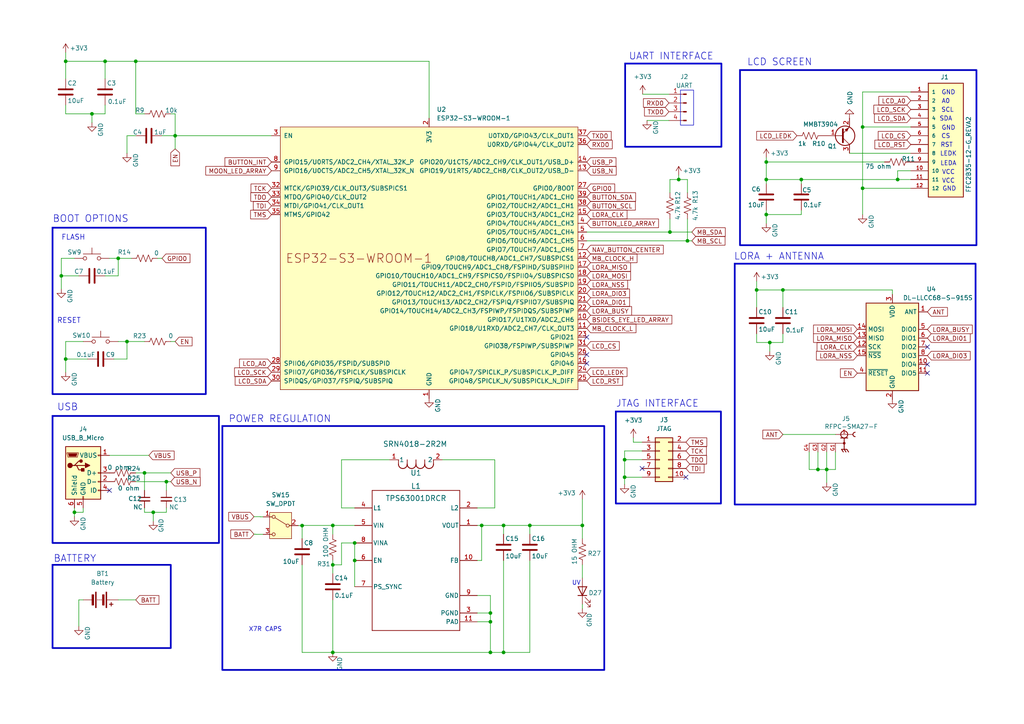
<source format=kicad_sch>
(kicad_sch (version 20231120) (generator "eeschema") (generator_version "8.0")
  (paper "A4")
  (junction (at 181.1618 133.334))
  (junction (at -83.82 43.18))
  (junction (at -68.58 43.18))
  (junction (at 93.98 -139.7))
  (junction (at -63.5 119.38))
  (junction (at 132.08 -16.51))
  (junction (at 12.7 -41.91))
  (junction (at -5.08 -139.7))
  (junction (at 392.43 158.75))
  (junction (at 342.9 140.97))
  (junction (at -81.28 -16.51))
  (junction (at -81.28 43.18))
  (junction (at 180.34 -16.51))
  (junction (at -170.18 76.2))
  (junction (at -66.04 114.3))
  (junction (at -83.82 78.74))
  (junction (at 445.77 157.48))
  (junction (at -78.74 -114.3))
  (junction (at 239.7741 136.171))
  (junction (at -71.12 104.14))
  (junction (at 196.85 52.07))
  (junction (at -66.04 43.18))
  (junction (at -77.47 161.29))
  (junction (at 96.52 152.4))
  (junction (at -63.5 -93.98))
  (junction (at 227.0741 84.101))
  (junction (at -86.36 43.18))
  (junction (at 87.63 152.4424))
  (junction (at 375.92 171.45))
  (junction (at 363.22 116.84))
  (junction (at -68.58 109.22))
  (junction (at 142.24 180.34))
  (junction (at 146.05 152.4))
  (junction (at 219.4541 84.101))
  (junction (at 34.29 74.93))
  (junction (at -35.56 -72.39))
  (junction (at -11.43 -41.91))
  (junction (at -91.44 63.5))
  (junction (at 222.25 62.23))
  (junction (at 194.31 67.31))
  (junction (at -88.9 43.18))
  (junction (at -13.97 128.27))
  (junction (at -13.97 119.38))
  (junction (at -53.34 130.81))
  (junction (at -170.18 57.15))
  (junction (at -58.42 43.18))
  (junction (at -60.96 43.18))
  (junction (at 44.45 148.59))
  (junction (at -167.64 57.15))
  (junction (at 21.59 -114.3))
  (junction (at -76.2 93.98))
  (junction (at 146.05 189.23))
  (junction (at 142.24 177.8))
  (junction (at -13.97 109.22))
  (junction (at -143.51 161.29))
  (junction (at 36.83 99.06))
  (junction (at -165.1 81.28))
  (junction (at -78.74 -139.7))
  (junction (at -5.08 -114.3))
  (junction (at 26.67 33.02))
  (junction (at 450.85 154.94))
  (junction (at -58.42 -139.7))
  (junction (at -31.75 -139.7))
  (junction (at -73.66 99.06))
  (junction (at 430.53 168.91))
  (junction (at 45.72 -139.7))
  (junction (at -13.97 73.66))
  (junction (at -166.37 114.3))
  (junction (at 199.39 69.85))
  (junction (at -76.2 43.18))
  (junction (at -78.74 43.18))
  (junction (at 21.59 -139.7))
  (junction (at 154.94 -40.64))
  (junction (at -166.37 116.84))
  (junction (at 139.7 152.4))
  (junction (at 237.2341 136.171))
  (junction (at 48.26 139.7))
  (junction (at 142.24 189.23))
  (junction (at 203.2 -40.64))
  (junction (at 180.34 -40.64))
  (junction (at -13.97 68.58))
  (junction (at 17.78 80.01))
  (junction (at -8.89 -93.98))
  (junction (at -60.96 123.19))
  (junction (at 102.87 162.56))
  (junction (at -63.5 -72.39))
  (junction (at 222.25 52.07))
  (junction (at 450.85 139.7))
  (junction (at 260.35 52.07))
  (junction (at -71.12 43.18))
  (junction (at -38.1 -16.51))
  (junction (at -13.97 93.98))
  (junction (at -11.43 -16.51))
  (junction (at -38.1 -41.91))
  (junction (at 222.25 46.99))
  (junction (at 50.8 39.37))
  (junction (at 223.2641 99.341))
  (junction (at 39.37 17.78))
  (junction (at 102.87 157.48))
  (junction (at -55.88 43.18))
  (junction (at 12.7 -16.51))
  (junction (at 21.59 148.59))
  (junction (at -78.74 88.9))
  (junction (at -41.91 138.43))
  (junction (at 41.91 137.16))
  (junction (at -81.28 83.82))
  (junction (at -13.97 114.3))
  (junction (at 30.48 17.78))
  (junction (at -13.97 88.9))
  (junction (at 250.19 54.61))
  (junction (at 323.85 171.45))
  (junction (at -91.44 43.18))
  (junction (at -58.42 -114.3))
  (junction (at -13.97 99.06))
  (junction (at 69.85 -114.3))
  (junction (at 203.2 -16.51))
  (junction (at 19.05 104.14))
  (junction (at 181.1618 138.414))
  (junction (at 109.22 -16.51))
  (junction (at 397.51 140.97))
  (junction (at 93.98 -114.3))
  (junction (at 96.52 189.23))
  (junction (at 69.85 -139.7))
  (junction (at 232.41 52.07))
  (junction (at -8.89 -72.39))
  (junction (at 250.19 36.83))
  (junction (at -143.51 49.53))
  (junction (at -60.96 -16.51))
  (junction (at -81.28 -41.91))
  (junction (at -63.5 43.18))
  (junction (at -88.9 68.58))
  (junction (at -13.97 83.82))
  (junction (at 168.91 152.4))
  (junction (at -86.36 73.66))
  (junction (at 339.09 158.75))
  (junction (at -13.97 78.74))
  (junction (at -58.42 125.73))
  (junction (at 342.9 156.21))
  (junction (at 154.94 -16.51))
  (junction (at 109.22 -40.64))
  (junction (at 153.67 152.4))
  (junction (at -167.64 78.74))
  (junction (at -35.56 -93.98))
  (junction (at -31.75 -114.3))
  (junction (at -60.96 -41.91))
  (junction (at 45.72 -114.3))
  (junction (at 19.05 17.78))
  (junction (at 96.52 163.83))
  (junction (at -13.97 104.14))
  (junction (at -55.88 128.27))
  (junction (at 132.08 -40.64))
  (junction (at 397.51 156.21))
  (junction (at -73.66 43.18))
  (no_connect (at 336.55 146.05))
  (no_connect (at 234.95 -26.67))
  (no_connect (at 268.9841 100.611))
  (no_connect (at 44.45 -27.94))
  (no_connect (at 336.55 153.67))
  (no_connect (at 336.55 148.59))
  (no_connect (at 31.75 142.24))
  (no_connect (at 388.62 146.05))
  (no_connect (at 336.55 151.13))
  (no_connect (at 388.62 148.59))
  (no_connect (at 388.62 153.67))
  (no_connect (at 198.9418 138.414))
  (no_connect (at 441.96 147.32))
  (no_connect (at 320.04 116.84))
  (no_connect (at 441.96 149.86))
  (no_connect (at 441.96 144.78))
  (no_connect (at 320.04 114.3))
  (no_connect (at 441.96 152.4))
  (no_connect (at 268.9841 105.691))
  (no_connect (at 22.86 -83.82))
  (no_connect (at 170.18 105.41))
  (no_connect (at 360.68 119.38))
  (no_connect (at 170.18 97.79))
  (no_connect (at 186.2418 135.874))
  (no_connect (at 170.18 102.87))
  (no_connect (at 388.62 151.13))
  (no_connect (at 268.9841 108.231))
  (wire (pts (xy -55.88 -83.82) (xy -43.18 -83.82)))
  (wire (pts (xy -53.34 43.18) (xy -53.34 48.26)))
  (wire (pts (xy -91.44 55.88) (xy -91.44 63.5)))
  (wire (pts (xy 36.83 99.06) (xy 41.91 99.06)))
  (wire (pts (xy -81.28 43.18) (xy -83.82 43.18)))
  (wire (pts (xy -114.3 106.68) (xy -114.3 119.38)))
  (wire (pts (xy 181.1512 138.414) (xy 181.1512 140.4781)))
  (wire (pts (xy 223.2641 99.341) (xy 227.0741 99.341)))
  (wire (pts (xy 313.69 156.21) (xy 306.07 156.21)))
  (wire (pts (xy 97.79 -16.51) (xy 97.79 -11.43)))
  (wire (pts (xy 154.94 -40.64) (xy 154.94 -34.29)))
  (wire (pts (xy -53.34 55.88) (xy -53.34 130.81)))
  (wire (pts (xy -102.87 93.98) (xy -76.2 93.98)))
  (wire (pts (xy -58.42 43.18) (xy -58.42 48.26)))
  (wire (pts (xy -170.18 57.15) (xy -167.64 57.15)))
  (wire (pts (xy -81.28 43.18) (xy -81.28 48.26)))
  (wire (pts (xy 146.05 152.4) (xy 153.67 152.4)))
  (wire (pts (xy 358.14 156.21) (xy 358.14 179.07)))
  (wire (pts (xy 138.43 162.56) (xy 139.7 162.56)))
  (wire (pts (xy -31.75 -118.11) (xy -31.75 -114.3)))
  (wire (pts (xy -35.56 -72.39) (xy -8.89 -72.39)))
  (wire (pts (xy 336.55 158.75) (xy 339.09 158.75)))
  (wire (pts (xy -39.37 152.4) (xy -41.91 152.4)))
  (wire (pts (xy 115.57 -118.11) (xy 115.57 -114.3)))
  (wire (pts (xy 12.7 -41.91) (xy 12.7 -35.56)))
  (wire (pts (xy -60.96 -20.32) (xy -60.96 -16.51)))
  (wire (pts (xy 87.63 152.4424) (xy 87.63 156.21)))
  (wire (pts (xy 450.85 137.16) (xy 450.85 139.7)))
  (wire (pts (xy 358.14 179.07) (xy 397.51 179.07)))
  (wire (pts (xy 96.52 152.4) (xy 102.87 152.4)))
  (wire (pts (xy 33.02 104.14) (xy 36.83 104.14)))
  (wire (pts (xy 87.63 152.4) (xy 87.63 152.4424)))
  (wire (pts (xy 142.24 177.8) (xy 142.24 180.34)))
  (wire (pts (xy -173.99 78.74) (xy -167.64 78.74)))
  (wire (pts (xy -68.58 109.22) (xy -34.29 109.22)))
  (wire (pts (xy 194.31 55.88) (xy 194.31 52.07)))
  (wire (pts (xy 309.88 158.75) (xy 313.69 158.75)))
  (wire (pts (xy -24.13 68.58) (xy -13.97 68.58)))
  (wire (pts (xy 21.59 149.86) (xy 21.59 148.59)))
  (wire (pts (xy 360.68 158.75) (xy 360.68 171.45)))
  (wire (pts (xy -109.22 73.66) (xy -86.36 73.66)))
  (wire (pts (xy 181.1512 138.414) (xy 181.1618 138.414)))
  (wire (pts (xy -101.6 -41.91) (xy -81.28 -41.91)))
  (wire (pts (xy 186.2418 130.794) (xy 181.1618 130.794)))
  (wire (pts (xy 132.08 -40.64) (xy 132.08 -34.29)))
  (wire (pts (xy 39.37 137.16) (xy 41.91 137.16)))
  (wire (pts (xy -78.74 43.18) (xy -81.28 43.18)))
  (wire (pts (xy -91.44 41.91) (xy -91.44 43.18)))
  (wire (pts (xy -63.5 -93.98) (xy -63.5 -91.44)))
  (wire (pts (xy -50.8 -125.73) (xy -39.37 -125.73)))
  (wire (pts (xy 17.78 83.82) (xy 17.78 80.01)))
  (wire (pts (xy 187.96 -26.67) (xy 195.58 -26.67)))
  (wire (pts (xy 365.76 156.21) (xy 358.14 156.21)))
  (wire (pts (xy -104.14 99.06) (xy -73.66 99.06)))
  (wire (pts (xy 34.29 74.93) (xy 34.29 80.01)))
  (wire (pts (xy 227.33 -34.29) (xy 227.33 -40.64)))
  (wire (pts (xy 392.43 171.45) (xy 392.43 158.75)))
  (wire (pts (xy 41.91 142.24) (xy 41.91 137.16)))
  (wire (pts (xy 219.4541 84.101) (xy 219.4541 89.181)))
  (wire (pts (xy 41.91 147.32) (xy 41.91 148.59)))
  (wire (pts (xy 45.72 -139.7) (xy 21.59 -139.7)))
  (wire (pts (xy -71.12 104.14) (xy -34.29 104.14)))
  (wire (pts (xy -24.13 99.06) (xy -13.97 99.06)))
  (wire (pts (xy 45.72 -118.11) (xy 45.72 -114.3)))
  (wire (pts (xy 258.8241 84.101) (xy 227.0741 84.101)))
  (wire (pts (xy 21.59 147.32) (xy 21.59 148.59)))
  (wire (pts (xy 132.08 -19.05) (xy 132.08 -16.51)))
  (wire (pts (xy 336.55 156.21) (xy 342.9 156.21)))
  (wire (pts (xy 180.34 -40.64) (xy 203.2 -40.64)))
  (wire (pts (xy 41.91 137.16) (xy 49.53 137.16)))
  (wire (pts (xy 39.37 33.02) (xy 39.37 17.78)))
  (wire (pts (xy 44.45 151.13) (xy 44.45 148.59)))
  (wire (pts (xy 75.4642 149.9024) (xy 76.3243 149.9024)))
  (wire (pts (xy -45.72 138.43) (xy -41.91 138.43)))
  (wire (pts (xy 109.22 -40.64) (xy 109.22 -34.29)))
  (wire (pts (xy 365.76 158.75) (xy 360.68 158.75)))
  (wire (pts (xy -60.96 55.88) (xy -60.96 123.19)))
  (wire (pts (xy 22.86 173.99) (xy 22.86 181.61)))
  (wire (pts (xy 180.34 -19.05) (xy 180.34 -16.51)))
  (wire (pts (xy -31.75 -114.3) (xy -5.08 -114.3)))
  (wire (pts (xy -119.38 111.76) (xy -119.38 125.73)))
  (wire (pts (xy 181.1618 133.334) (xy 181.1618 138.414)))
  (wire (pts (xy 223.2641 101.881) (xy 223.2641 99.341)))
  (wire (pts (xy 99.06 157.48) (xy 99.06 163.83)))
  (wire (pts (xy 363.22 116.84) (xy 381 116.84)))
  (wire (pts (xy -90.17 -83.82) (xy -71.12 -83.82)))
  (wire (pts (xy 115.57 -133.35) (xy 115.57 -139.7)))
  (wire (pts (xy -8.89 -93.98) (xy -35.56 -93.98)))
  (wire (pts (xy 219.4541 81.561) (xy 219.4541 84.101)))
  (wire (pts (xy -26.67 152.4) (xy -31.75 152.4)))
  (wire (pts (xy -119.38 125.73) (xy -58.42 125.73)))
  (wire (pts (xy 199.39 63.5) (xy 199.39 69.85)))
  (wire (pts (xy -53.34 130.81) (xy -34.29 130.81)))
  (wire (pts (xy 239.7741 136.171) (xy 242.3141 136.171)))
  (wire (pts (xy 132.08 -16.51) (xy 154.94 -16.51)))
  (wire (pts (xy 46.99 39.37) (xy 50.8 39.37)))
  (wire (pts (xy -121.92 128.27) (xy -55.88 128.27)))
  (wire (pts (xy -38.1 -20.32) (xy -38.1 -16.51)))
  (wire (pts (xy 142.24 172.72) (xy 142.24 177.8)))
  (wire (pts (xy 24.13 148.59) (xy 24.13 147.32)))
  (wire (pts (xy 250.19 54.61) (xy 264.16 54.61)))
  (wire (pts (xy 250.19 26.67) (xy 250.19 36.83)))
  (wire (pts (xy 363.22 109.22) (xy 363.22 116.84)))
  (wire (pts (xy -8.89 -93.98) (xy -8.89 -91.44)))
  (wire (pts (xy -173.99 81.28) (xy -165.1 81.28)))
  (wire (pts (xy 222.25 60.96) (xy 222.25 62.23)))
  (wire (pts (xy -104.14 83.82) (xy -81.28 83.82)))
  (wire (pts (xy -78.74 -139.7) (xy -78.74 -133.35)))
  (wire (pts (xy 237.2341 136.171) (xy 239.7741 136.171)))
  (wire (pts (xy -19.05 128.27) (xy -13.97 128.27)))
  (wire (pts (xy -125.73 93.98) (xy -104.14 93.98)))
  (wire (pts (xy 26.67 33.02) (xy 30.48 33.02)))
  (wire (pts (xy -38.1 -41.91) (xy -11.43 -41.91)))
  (wire (pts (xy 181.1618 138.414) (xy 186.2418 138.414)))
  (wire (pts (xy -106.68 83.82) (xy -106.68 78.74)))
  (wire (pts (xy -13.97 68.58) (xy -13.97 73.66)))
  (wire (pts (xy -76.2 93.98) (xy -34.29 93.98)))
  (wire (pts (xy 430.53 168.91) (xy 430.53 171.45)))
  (wire (pts (xy 397.51 137.16) (xy 397.51 140.97)))
  (wire (pts (xy -24.13 73.66) (xy -13.97 73.66)))
  (wire (pts (xy 219.4541 96.801) (xy 219.4541 99.341)))
  (wire (pts (xy 99.06 163.83) (xy 96.52 163.83)))
  (wire (pts (xy -125.73 99.06) (xy -106.68 99.06)))
  (wire (pts (xy -58.42 -139.7) (xy -58.42 -133.35)))
  (wire (pts (xy -76.2 43.18) (xy -76.2 48.26)))
  (wire (pts (xy -167.64 78.74) (xy -161.29 78.74)))
  (wire (pts (xy 388.62 140.97) (xy 397.51 140.97)))
  (wire (pts (xy 242.3141 136.171) (xy 242.3141 131.091)))
  (wire (pts (xy -13.97 63.5) (xy -13.97 68.58)))
  (wire (pts (xy 12.7 -16.51) (xy -11.43 -16.51)))
  (wire (pts (xy -125.73 116.84) (xy -123.19 116.84)))
  (wire (pts (xy 146.05 162.56) (xy 146.05 189.23)))
  (wire (pts (xy 367.03 111.76) (xy 360.68 111.76)))
  (wire (pts (xy -116.84 109.22) (xy -116.84 123.19)))
  (wire (pts (xy 239.7741 131.091) (xy 239.7741 136.171)))
  (wire (pts (xy 180.34 -16.51) (xy 154.94 -16.51)))
  (wire (pts (xy 162.56 -26.67) (xy 172.72 -26.67)))
  (wire (pts (xy 132.08 -40.64) (xy 109.22 -40.64)))
  (wire (pts (xy 381 116.84) (xy 381 124.46)))
  (wire (pts (xy -63.5 -93.98) (xy -76.2 -93.98)))
  (wire (pts (xy 153.67 152.4) (xy 153.67 154.94)))
  (wire (pts (xy 445.77 142.24) (xy 445.77 157.48)))
  (wire (pts (xy 227.0741 99.341) (xy 227.0741 96.801)))
  (wire (pts (xy 99.06 147.32) (xy 102.87 147.32)))
  (wire (pts (xy 410.21 179.07) (xy 450.85 179.07)))
  (wire (pts (xy -66.04 43.18) (xy -66.04 48.26)))
  (wire (pts (xy 203.2 -19.05) (xy 203.2 -16.51)))
  (wire (pts (xy 45.72 -114.3) (xy 21.59 -114.3)))
  (wire (pts (xy -125.73 114.3) (xy -121.92 114.3)))
  (wire (pts (xy 115.57 -114.3) (xy 93.98 -114.3)))
  (wire (pts (xy 87.63 189.23) (xy 96.52 189.23)))
  (wire (pts (xy 183.7018 128.254) (xy 186.2418 128.254)))
  (wire (pts (xy -83.82 43.18) (xy -86.36 43.18)))
  (wire (pts (xy -109.22 109.22) (xy -68.58 109.22)))
  (wire (pts (xy -5.08 -139.7) (xy 21.59 -139.7)))
  (wire (pts (xy -73.66 48.26) (xy -73.66 43.18)))
  (wire (pts (xy 441.96 142.24) (xy 445.77 142.24)))
  (wire (pts (xy 69.85 -114.3) (xy 45.72 -114.3)))
  (wire (pts (xy 415.29 168.91) (xy 430.53 168.91)))
  (wire (pts (xy 19.05 30.48) (xy 19.05 33.02)))
  (wire (pts (xy 109.22 -40.64) (xy 90.17 -40.64)))
  (wire (pts (xy 154.94 -19.05) (xy 154.94 -16.51)))
  (wire (pts (xy -114.3 119.38) (xy -63.5 119.38)))
  (wire (pts (xy -100.33 -27.94) (xy -88.9 -27.94)))
  (wire (pts (xy 222.25 62.23) (xy 222.25 64.77)))
  (wire (pts (xy -38.1 -16.51) (xy -11.43 -16.51)))
  (wire (pts (xy -38.1 -35.56) (xy -38.1 -41.91)))
  (wire (pts (xy -71.12 43.18) (xy -68.58 43.18)))
  (wire (pts (xy -83.82 43.18) (xy -83.82 48.26)))
  (wire (pts (xy -111.76 104.14) (xy -111.76 114.3)))
  (wire (pts (xy 69.85 -118.11) (xy 69.85 -114.3)))
  (wire (pts (xy -81.28 -16.51) (xy -60.96 -16.51)))
  (wire (pts (xy 48.26 148.59) (xy 48.26 147.32)))
  (wire (pts (xy -165.1 71.12) (xy -165.1 81.28)))
  (wire (pts (xy 36.83 -41.91) (xy 12.7 -41.91)))
  (wire (pts (xy -166.37 161.29) (xy -143.51 161.29)))
  (wire (pts (xy 237.2341 131.091) (xy 237.2341 136.171)))
  (wire (pts (xy 15.24 -72.39) (xy -8.89 -72.39)))
  (wire (pts (xy 339.09 158.75) (xy 339.09 171.45)))
  (wire (pts (xy -78.74 88.9) (xy -34.29 88.9)))
  (wire (pts (xy -170.18 63.5) (xy -170.18 57.15)))
  (wire (pts (xy -88.9 55.88) (xy -88.9 68.58)))
  (wire (pts (xy -11.43 -35.56) (xy -11.43 -41.91)))
  (wire (pts (xy 21.59 -133.35) (xy 21.59 -139.7)))
  (wire (pts (xy -1.27 -83.82) (xy 7.62 -83.82)))
  (wire (pts (xy 199.39 69.85) (xy 170.18 69.85)))
  (wire (pts (xy 113.03 133.35) (xy 99.06 133.35)))
  (wire (pts (xy -121.92 114.3) (xy -121.92 128.27)))
  (wire (pts (xy -58.42 43.18) (xy -55.88 43.18)))
  (wire (pts (xy 36.83 39.37) (xy 36.83 44.45)))
  (wire (pts (xy 227.0741 84.101) (xy 227.0741 89.181)))
  (wire (pts (xy 36.83 -20.32) (xy 36.83 -16.51)))
  (wire (pts (xy -68.58 55.88) (xy -68.58 109.22)))
  (wire (pts (xy -71.12 55.88) (xy -71.12 104.14)))
  (wire (pts (xy -31.75 -139.7) (xy -5.08 -139.7)))
  (wire (pts (xy -88.9 43.18) (xy -88.9 48.26)))
  (wire (pts (xy 19.05 33.02) (xy 26.67 33.02)))
  (wire (pts (xy 138.43 177.8) (xy 142.24 177.8)))
  (wire (pts (xy 227.33 -40.64) (xy 203.2 -40.64)))
  (wire (pts (xy -78.74 -114.3) (xy -58.42 -114.3)))
  (wire (pts (xy -111.76 68.58) (xy -88.9 68.58)))
  (wire (pts (xy 419.1 154.94) (xy 410.21 154.94)))
  (wire (pts (xy 143.51 133.35) (xy 143.51 147.32)))
  (wire (pts (xy -73.66 -72.39) (xy -63.5 -72.39)))
  (wire (pts (xy -13.97 104.14) (xy -13.97 109.22)))
  (wire (pts (xy -68.58 43.18) (xy -68.58 48.26)))
  (wire (pts (xy 69.85 -139.7) (xy 45.72 -139.7)))
  (wire (pts (xy -125.73 109.22) (xy -116.84 109.22)))
  (wire (pts (xy -86.36 55.88) (xy -86.36 73.66)))
  (wire (pts (xy 44.45 148.59) (xy 48.26 148.59)))
  (wire (pts (xy 168.91 152.4) (xy 168.91 156.21)))
  (wire (pts (xy -13.97 109.22) (xy -13.97 114.3)))
  (wire (pts (xy -114.3 76.2) (xy -114.3 63.5)))
  (wire (pts (xy 392.43 158.75) (xy 388.62 158.75)))
  (wire (pts (xy -13.97 83.82) (xy -13.97 88.9)))
  (wire (pts (xy 123.19 -125.73) (xy 129.54 -125.73)))
  (wire (pts (xy -106.68 104.14) (xy -71.12 104.14)))
  (wire (pts (xy -78.74 -118.11) (xy -78.74 -114.3)))
  (wire (pts (xy 74.1942 154.9824) (xy 76.3243 154.9824)))
  (wire (pts (xy 181.1618 130.794) (xy 181.1618 133.334)))
  (wire (pts (xy 138.43 172.72) (xy 142.24 172.72)))
  (wire (pts (xy 129.54 -105.41) (xy -90.17 -105.41)))
  (wire (pts (xy -100.33 -16.51) (xy -81.28 -16.51)))
  (wire (pts (xy 139.7 162.56) (xy 139.7 152.4)))
  (wire (pts (xy 250.19 36.83) (xy 250.19 54.61)))
  (wire (pts (xy -91.44 43.18) (xy -91.44 48.26)))
  (wire (pts (xy -58.42 125.73) (xy -34.29 125.73)))
  (wire (pts (xy -161.29 114.3) (xy -166.37 114.3)))
  (wire (pts (xy 116.84 -26.67) (xy 124.46 -26.67)))
  (wire (pts (xy -99.06 -125.73) (xy -86.36 -125.73)))
  (wire (pts (xy 19.05 104.14) (xy 19.05 107.95)))
  (wire (pts (xy 109.22 -16.51) (xy 109.22 -19.05)))
  (wire (pts (xy 48.26 139.7) (xy 48.26 142.24)))
  (wire (pts (xy -143.51 124.46) (xy -143.51 161.29)))
  (wire (pts (xy 183.7018 126.984) (xy 183.7018 128.254)))
  (wire (pts (xy -63.5 43.18) (xy -60.96 43.18)))
  (wire (pts (xy 234.6941 131.091) (xy 234.6941 136.171)))
  (wire (pts (xy -60.96 43.18) (xy -58.42 43.18)))
  (wire (pts (xy -161.29 111.76) (xy -166.37 111.76)))
  (wire (pts (xy -88.9 68.58) (xy -34.29 68.58)))
  (wire (pts (xy 36.83 -41.91) (xy 36.83 -35.56)))
  (wire (pts (xy 323.85 171.45) (xy 323.85 173.99)))
  (wire (pts (xy 441.96 139.7) (xy 450.85 139.7)))
  (wire (pts (xy -35.56 -93.98) (xy -63.5 -93.98)))
  (wire (pts (xy 309.88 171.45) (xy 309.88 158.75)))
  (wire (pts (xy 74.1942 154.9824) (xy 74.1942 154.94)))
  (wire (pts (xy 203.2 -40.64) (xy 203.2 -34.29)))
  (wire (pts (xy -13.97 78.74) (xy -13.97 83.82)))
  (wire (pts (xy 419.1 157.48) (xy 415.29 157.48)))
  (wire (pts (xy 96.52 163.83) (xy 96.52 166.37)))
  (wire (pts (xy 168.91 163.83) (xy 168.91 167.64)))
  (wire (pts (xy -77.47 161.29) (xy -13.97 161.29)))
  (wire (pts (xy -109.22 101.6) (xy -109.22 109.22)))
  (wire (pts (xy 227.33 -16.51) (xy 203.2 -16.51)))
  (wire (pts (xy 450.85 179.07) (xy 450.85 154.94)))
  (wire (pts (xy -78.74 43.18) (xy -78.74 48.26)))
  (wire (pts (xy -125.73 111.76) (xy -119.38 111.76)))
  (wire (pts (xy -3.81 -27.94) (xy 5.08 -27.94)))
  (wire (pts (xy 342.9 137.16) (xy 342.9 140.97)))
  (wire (pts (xy -125.73 76.2) (xy -114.3 76.2)))
  (wire (pts (xy -63.5 55.88) (xy -63.5 119.38)))
  (wire (pts (xy 260.35 52.07) (xy 260.35 49.53)))
  (wire (pts (xy 342.9 179.07) (xy 342.9 156.21)))
  (wire (pts (xy 415.29 157.48) (xy 415.29 168.91)))
  (wire (pts (xy 180.34 -34.29) (xy 180.34 -40.64)))
  (wire (pts (xy 12.7 -20.32) (xy 12.7 -16.51)))
  (wire (pts (xy 31.75 74.93) (xy 34.29 74.93)))
  (wire (pts (xy 234.6941 136.171) (xy 237.2341 136.171)))
  (wire (pts (xy 222.25 45.72) (xy 222.25 46.99)))
  (wire (pts (xy -97.79 -114.3) (xy -78.74 -114.3)))
  (wire (pts (xy -60.96 -41.91) (xy -60.96 -35.56)))
  (wire (pts (xy 50.8 43.18) (xy 50.8 39.37)))
  (wire (pts (xy 115.57 -139.7) (xy 93.98 -139.7)))
  (wire (pts (xy -73.66 55.88) (xy -73.66 99.06)))
  (wire (pts (xy 196.85 50.8) (xy 196.85 52.07)))
  (wire (pts (xy -11.43 -20.32) (xy -11.43 -16.51)))
  (wire (pts (xy -53.34 -27.94) (xy -45.72 -27.94)))
  (wire (pts (xy 41.91 33.02) (xy 39.37 33.02)))
  (wire (pts (xy 96.52 152.4) (xy 96.52 154.94)))
  (wire (pts (xy -104.14 93.98) (xy -104.14 99.06)))
  (wire (pts (xy 93.98 -118.11) (xy 93.98 -114.3)))
  (wire (pts (xy -73.66 -27.94) (xy -68.58 -27.94)))
  (wire (pts (xy 143.51 147.32) (xy 138.43 147.32)))
  (wire (pts (xy 264.16 49.53) (xy 260.35 49.53)))
  (wire (pts (xy 360.68 116.84) (xy 363.22 116.84)))
  (wire (pts (xy -13.97 119.38) (xy -13.97 128.27)))
  (wire (pts (xy 15.24 -91.44) (xy 15.24 -93.98)))
  (wire (pts (xy 323.85 171.45) (xy 309.88 171.45)))
  (wire (pts (xy -114.3 63.5) (xy -91.44 63.5)))
  (wire (pts (xy 45.72 -139.7) (xy 45.72 -133.35)))
  (wire (pts (xy -35.56 -93.98) (xy -35.56 -91.44)))
  (wire (pts (xy -101.6 -44.45) (xy -101.6 -41.91)))
  (wire (pts (xy 87.63 152.4) (xy 96.52 152.4)))
  (wire (pts (xy -167.64 71.12) (xy -167.64 78.74)))
  (wire (pts (xy -161.29 116.84) (xy -166.37 116.84)))
  (wire (pts (xy -99.06 -142.24) (xy -99.06 -139.7)))
  (wire (pts (xy -13.97 114.3) (xy -13.97 119.38)))
  (wire (pts (xy -166.37 116.84) (xy -166.37 161.29)))
  (wire (pts (xy -31.75 -139.7) (xy -31.75 -133.35)))
  (wire (pts (xy 102.87 162.56) (xy 102.87 170.18)))
  (wire (pts (xy -63.5 43.18) (xy -63.5 48.26)))
  (wire (pts (xy 342.9 140.97) (xy 342.9 156.21)))
  (wire (pts (xy 142.24 180.34) (xy 142.24 189.23)))
  (wire (pts (xy -106.68 78.74) (xy -83.82 78.74)))
  (wire (pts (xy 222.25 46.99) (xy 222.25 52.07)))
  (wire (pts (xy -24.13 119.38) (xy -13.97 119.38)))
  (wire (pts (xy -81.28 -41.91) (xy -60.96 -41.91)))
  (wire (pts (xy 109.22 -16.51) (xy 97.79 -16.51)))
  (wire (pts (xy -165.1 63.5) (xy -165.1 57.15)))
  (wire (pts (xy 232.41 60.96) (xy 232.41 62.23)))
  (wire (pts (xy 39.37 139.7) (xy 48.26 139.7)))
  (wire (pts (xy 146.05 152.4) (xy 146.05 154.94)))
  (wire (pts (xy -30.48 -27.94) (xy -19.05 -27.94)))
  (wire (pts (xy 50.8 33.02) (xy 50.8 39.37)))
  (wire (pts (xy -60.96 123.19) (xy -34.29 123.19)))
  (wire (pts (xy 306.07 156.21) (xy 306.07 179.07)))
  (wire (pts (xy -55.88 43.18) (xy -55.88 48.26)))
  (wire (pts (xy -125.73 101.6) (xy -109.22 101.6)))
  (wire (pts (xy 392.43 143.51) (xy 392.43 158.75)))
  (wire (pts (xy -13.97 63.5) (xy -24.13 63.5)))
  (wire (pts (xy -125.73 57.15) (xy -125.73 58.42)))
  (wire (pts (xy -8.89 -76.2) (xy -8.89 -72.39)))
  (wire (pts (xy -55.88 43.18) (xy -53.34 43.18)))
  (wire (pts (xy 222.25 52.07) (xy 222.25 53.34)))
  (wire (pts (xy -63.5 119.38) (xy -34.29 119.38)))
  (wire (pts (xy 20.32 -27.94) (xy 29.21 -27.94)))
  (wire (pts (xy -63.5 -76.2) (xy -63.5 -72.39)))
  (wire (pts (xy 181.1618 133.334) (xy 186.2418 133.334)))
  (wire (pts (xy 441.96 154.94) (xy 450.85 154.94)))
  (wire (pts (xy 258.8241 85.371) (xy 258.8241 84.101)))
  (wire (pts (xy 30.48 33.02) (xy 30.48 30.48)))
  (wire (pts (xy 19.05 17.78) (xy 19.05 22.86)))
  (wire (pts (xy -71.12 43.18) (xy -71.12 48.26)))
  (wire (pts (xy 39.37 39.37) (xy 36.83 39.37)))
  (wire (pts (xy -90.17 -105.41) (xy -90.17 -83.82)))
  (wire (pts (xy 30.48 17.78) (xy 30.48 22.86)))
  (wire (pts (xy 138.43 152.4) (xy 139.7 152.4)))
  (wire (pts (xy -143.51 161.29) (xy -77.47 161.29)))
  (wire (pts (xy -66.04 43.18) (xy -63.5 43.18)))
  (wire (pts (xy 129.54 -125.73) (xy 129.54 -105.41)))
  (wire (pts (xy 397.51 140.97) (xy 397.51 156.21)))
  (wire (pts (xy -76.2 43.18) (xy -78.74 43.18)))
  (wire (pts (xy -78.74 55.88) (xy -78.74 88.9)))
  (wire (pts (xy -76.2 55.88) (xy -76.2 93.98)))
  (wire (pts (xy -123.19 116.84) (xy -123.19 130.81)))
  (wire (pts (xy 30.48 17.78) (xy 19.05 17.78)))
  (wire (pts (xy 30.48 17.78) (xy 39.37 17.78)))
  (wire (pts (xy -143.51 46.99) (xy -143.51 49.53)))
  (wire (pts (xy 168.91 175.26) (xy 168.91 176.53)))
  (wire (pts (xy -125.73 49.53) (xy -143.51 49.53)))
  (wire (pts (xy -24.13 78.74) (xy -13.97 78.74)))
  (wire (pts (xy -111.76 114.3) (xy -66.04 114.3)))
  (wire (pts (xy 21.59 148.59) (xy 24.13 148.59)))
  (wire (pts (xy -68.58 43.18) (xy -66.04 43.18)))
  (wire (pts (xy 19.05 99.06) (xy 24.13 99.06)))
  (wire (pts (xy 250.19 54.61) (xy 250.19 62.23)))
  (wire (pts (xy -86.36 43.18) (xy -88.9 43.18)))
  (wire (pts (xy 200.66 69.85) (xy 199.39 69.85)))
  (wire (pts (xy -60.96 -16.51) (xy -38.1 -16.51)))
  (wire (pts (xy 194.31 63.5) (xy 194.31 67.31)))
  (wire (pts (xy 260.35 52.07) (xy 232.41 52.07)))
  (wire (pts (xy -123.19 130.81) (xy -53.34 130.81)))
  (wire (pts (xy 36.83 -16.51) (xy 12.7 -16.51)))
  (wire (pts (xy 17.78 80.01) (xy 17.78 74.93)))
  (wire (pts (xy 375.92 171.45) (xy 375.92 172.72)))
  (wire (pts (xy -86.36 73.66) (xy -34.29 73.66)))
  (wire (pts (xy 232.41 52.07) (xy 222.25 52.07)))
  (wire (pts (xy -166.37 111.76) (xy -166.37 114.3)))
  (wire (pts (xy -81.28 -41.91) (xy -81.28 -35.56)))
  (wire (pts (xy 146.05 189.23) (xy 153.67 189.23)))
  (wire (pts (xy 34.29 173.99) (xy 39.37 173.99)))
  (wire (pts (xy 29.21 -125.73) (xy 38.1 -125.73)))
  (wire (pts (xy -83.82 55.88) (xy -83.82 78.74)))
  (wire (pts (xy -58.42 55.88) (xy -58.42 125.73)))
  (wire (pts (xy 219.4541 99.341) (xy 223.2641 99.341)))
  (wire (pts (xy 336.55 143.51) (xy 339.09 143.51)))
  (wire (pts (xy -73.66 43.18) (xy -71.12 43.18)))
  (wire (pts (xy 381 105.41) (xy 381 114.3)))
  (wire (pts (xy -63.5 -72.39) (xy -35.56 -72.39)))
  (wire (pts (xy -125.73 83.82) (xy -106.68 83.82)))
  (wire (pts (xy 128.27 133.35) (xy 143.51 133.35)))
  (wire (pts (xy -106.68 99.06) (xy -106.68 104.14)))
  (wire (pts (xy -27.94 -83.82) (xy -16.51 -83.82)))
  (wire (pts (xy 19.05 104.14) (xy 19.05 99.06)))
  (wire (pts (xy 124.46 34.29) (xy 124.46 17.78)))
  (wire (pts (xy 109.22 -16.51) (xy 132.08 -16.51)))
  (wire (pts (xy 36.83 104.14) (xy 36.83 99.06)))
  (wire (pts (xy -99.06 -139.7) (xy -78.74 -139.7)))
  (wire (pts (xy -5.08 -114.3) (xy 21.59 -114.3)))
  (wire (pts (xy -78.74 -139.7) (xy -58.42 -139.7)))
  (wire (pts (xy -24.13 93.98) (xy -13.97 93.98)))
  (wire (pts (xy 24.13 173.99) (xy 22.86 173.99)))
  (wire (pts (xy -173.99 76.2) (xy -170.18 76.2)))
  (wire (pts (xy 153.67 189.23) (xy 153.67 162.56)))
  (wire (pts (xy 196.85 52.07) (xy 199.39 52.07)))
  (wire (pts (xy 96.52 189.23) (xy 96.52 173.99)))
  (wire (pts (xy 75.4642 149.86) (xy 73.66 149.86)))
  (wire (pts (xy 48.26 139.7) (xy 49.53 139.7)))
  (wire (pts (xy -125.73 81.28) (xy -109.22 81.28)))
  (wire (pts (xy -125.73 78.74) (xy -111.76 78.74)))
  (wire (pts (xy -13.97 128.27) (xy -13.97 161.29)))
  (wire (pts (xy -170.18 55.88) (xy -170.18 57.15)))
  (wire (pts (xy -66.04 55.88) (xy -66.04 114.3)))
  (wire (pts (xy 339.09 171.45) (xy 323.85 171.45)))
  (wire (pts (xy 50.8 33.02) (xy 49.53 33.02)))
  (wire (pts (xy 34.29 74.93) (xy 38.1 74.93)))
  (wire (pts (xy -165.1 57.15) (xy -167.64 57.15)))
  (wire (pts (xy 199.39 52.07) (xy 199.39 55.88)))
  (wire (pts (xy 210.82 -26.67) (xy 219.71 -26.67)))
  (wire (pts (xy 2.54 -125.73) (xy 13.97 -125.73)))
  (wire (pts (xy -60.96 43.18) (xy -60.96 48.26)))
  (wire (pts (xy -24.13 104.14) (xy -13.97 104.14)))
  (wire (pts (xy 246.38 44.45) (xy 264.16 44.45)))
  (wire (pts (xy -111.76 78.74) (xy -111.76 68.58)))
  (wire (pts (xy 360.68 109.22) (xy 363.22 109.22)))
  (wire (pts (xy -102.87 91.44) (xy -102.87 93.98)))
  (wire (pts (xy 93.98 -114.3) (xy 69.85 -114.3)))
  (wire (pts (xy 200.66 67.31) (xy 194.31 67.31)))
  (wire (pts (xy 139.7 -26.67) (xy 147.32 -26.67)))
  (wire (pts (xy 50.8 39.37) (xy 78.74 39.37)))
  (wire (pts (xy 445.77 168.91) (xy 445.77 157.48)))
  (wire (pts (xy 227.33 -19.05) (xy 227.33 -16.51)))
  (wire (pts (xy 410.21 154.94) (xy 410.21 179.07)))
  (wire (pts (xy 139.7 152.4) (xy 146.05 152.4)))
  (wire (pts (xy -86.36 43.18) (xy -86.36 48.26)))
  (wire (pts (xy 12.7 -41.91) (xy -11.43 -41.91)))
  (wire (pts (xy 132.08 -40.64) (xy 154.94 -40.64)))
  (wire (pts (xy -13.97 99.06) (xy -13.97 104.14)))
  (wire (pts (xy 239.7741 136.171) (xy 239.7741 139.981)))
  (wire (pts (xy 86.4843 152.4424) (xy 87.63 152.4424)))
  (wire (pts (xy -13.97 73.66) (xy -13.97 78.74)))
  (wire (pts (xy -125.73 104.14) (xy -111.76 104.14)))
  (wire (pts (xy -81.28 55.88) (xy -81.28 83.82)))
  (wire (pts (xy 264.16 52.07) (xy 260.35 52.07)))
  (wire (pts (xy 93.98 -139.7) (xy 69.85 -139.7)))
  (wire (pts (xy 19.05 15.24) (xy 19.05 17.78)))
  (wire (pts (xy 450.85 139.7) (xy 450.85 154.94)))
  (wire (pts (xy 168.91 152.4) (xy 168.91 144.78)))
  (wire (pts (xy -35.56 -76.2) (xy -35.56 -72.39)))
  (wire (pts (xy 232.41 52.07) (xy 232.41 53.34)))
  (wire (pts (xy 17.78 74.93) (xy 21.59 74.93)))
  (wire (pts (xy -24.13 83.82) (xy -13.97 83.82)))
  (wire (pts (xy 360.68 171.45) (xy 375.92 171.45)))
  (wire (pts (xy 49.53 99.06) (xy 50.8 99.06)))
  (wire (pts (xy 186.3957 27.3287) (xy 194.0157 27.3287)))
  (wire (pts (xy 34.29 80.01) (xy 30.48 80.01)))
  (wire (pts (xy 232.41 62.23) (xy 222.25 62.23)))
  (wire (pts (xy 222.25 46.99) (xy 256.54 46.99)))
  (wire (pts (xy 99.06 133.35) (xy 99.06 147.32)))
  (wire (pts (xy 69.85 -139.7) (xy 69.85 -133.35)))
  (wire (pts (xy 26.67 35.56) (xy 26.67 33.02)))
  (wire (pts (xy -166.37 114.3) (xy -166.37 116.84)))
  (wire (pts (xy 77.47 -125.73) (xy 86.36 -125.73)))
  (wire (pts (xy -60.96 -41.91) (xy -38.1 -41.91)))
  (wire (pts (xy -83.82 78.74) (xy -34.29 78.74)))
  (wire (pts (xy 74.1942 154.94) (xy 73.66 154.94)))
  (wire (pts (xy 21.59 -118.11) (xy 21.59 -114.3)))
  (wire (pts (xy -24.13 114.3) (xy -13.97 114.3)))
  (wire (pts (xy -13.97 93.98) (xy -13.97 99.06)))
  (wire (pts (xy -58.42 -114.3) (xy -31.75 -114.3)))
  (wire (pts (xy -5.08 -133.35) (xy -5.08 -139.7)))
  (wire (pts (xy 25.4 104.14) (xy 19.05 104.14)))
  (wire (pts (xy 441.96 157.48) (xy 445.77 157.48)))
  (wire (pts (xy -73.66 99.06) (xy -34.29 99.06)))
  (wire (pts (xy 34.29 99.06) (xy 36.83 99.06)))
  (wire (pts (xy 154.94 -40.64) (xy 180.34 -40.64)))
  (wire (pts (xy 53.34 -125.73) (xy 62.23 -125.73)))
  (wire (pts (xy -167.64 57.15) (xy -167.64 63.5)))
  (wire (pts (xy 360.68 114.3) (xy 381 114.3)))
  (wire (pts (xy -170.18 71.12) (xy -170.18 76.2)))
  (wire (pts (xy 306.07 179.07) (xy 342.9 179.07)))
  (wire (pts (xy -24.13 88.9) (xy -13.97 88.9)))
  (wire (pts (xy 187.6657 34.9487) (xy 194.0157 34.9487)))
  (wire (pts (xy 388.62 156.21) (xy 397.51 156.21)))
  (wire (pts (xy -55.88 128.27) (xy -34.29 128.27)))
  (wire (pts (xy -55.88 55.88) (xy -55.88 128.27)))
  (wire (pts (xy -125.73 91.44) (xy -102.87 91.44)))
  (wire (pts (xy 194.31 67.31) (xy 170.18 67.31)))
  (wire (pts (xy 397.51 179.07) (xy 397.51 156.21)))
  (wire (pts (xy -81.28 83.82) (xy -34.29 83.82)))
  (wire (pts (xy 336.55 140.97) (xy 342.9 140.97)))
  (wire (pts (xy 180.34 -16.51) (xy 203.2 -16.51)))
  (wire (pts (xy -116.84 123.19) (xy -60.96 123.19)))
  (wire (pts (xy 31.75 132.08) (xy 43.18 132.08)))
  (wire (pts (xy -76.2 -93.98) (xy -76.2 -95.25)))
  (wire (pts (xy 227.0741 126.011) (xy 242.3141 126.011)))
  (wire (pts (xy -73.66 43.18) (xy -76.2 43.18)))
  (wire (pts (xy -58.42 -139.7) (xy -31.75 -139.7)))
  (wire (pts (xy 93.98 -139.7) (xy 93.98 -133.35)))
  (wire (pts (xy 15.24 -93.98) (xy -8.89 -93.98)))
  (wire (pts (xy 388.62 143.51) (xy 392.43 143.51)))
  (wire (pts (xy -109.22 81.28) (xy -109.22 73.66)))
  (wire (pts (xy -58.42 -118.11) (xy -58.42 -114.3)))
  (wire (pts (xy 142.24 189.23) (xy 96.52 189.23)))
  (wire (pts (xy 194.31 52.07) (xy 196.85 52.07)))
  (wire (pts (xy -125.73 106.68) (xy -114.3 106.68)))
  (wire (pts (xy -88.9 43.18) (xy -91.44 43.18)))
  (wire (pts (xy -71.12 -125.73) (xy -66.04 -125.73)))
  (wire (pts (xy -104.14 86.36) (xy -104.14 83.82)))
  (wire (pts (xy -24.13 109.22) (xy -13.97 109.22)))
  (wire (pts (xy -13.97 88.9) (xy -13.97 93.98)))
  (wire (pts (xy -5.08 -118.11) (xy -5.08 -114.3)))
  (wire (pts (xy 90.17 -40.64) (xy 90.17 -45.72)))
  (wire (pts (xy -125.73 88.9) (xy -78.74 88.9)))
  (wire (pts (xy 250.19 36.83) (xy 264.16 36.83)))
  (wire (pts (xy 45.72 74.93) (xy 46.99 74.93)))
  (wire (pts (xy 22.86 80.01) (xy 17.78 80.01)))
  (wire (pts (xy 339.09 143.51) (xy 339.09 158.75)))
  (wire (pts (xy 87.63 163.83) (xy 87.63 189.23)))
  (wire (pts (xy 430.53 168.91) (xy 445.77 168.91)))
  (wire (pts (xy -170.18 76.2) (xy -161.29 76.2)))
  (wire (pts (xy -81.28 -20.32) (xy -81.28 -16.51)))
  (wire (pts (xy 41.91 148.59) (xy 44.45 148.59)))
  (wire (pts (xy -41.91 138.43) (xy -34.29 138.43)))
  (wire (pts (xy 375.92 171.45) (xy 392.43 171.45)))
  (wire (pts (xy 227.0741 84.101) (xy 219.4541 84.101)))
  (wire (pts (xy 96.52 162.56) (xy 96.52 163.83)))
  (wire (pts (xy -66.04 114.3) (xy -34.29 114.3)))
  (wire (pts (xy 250.19 26.67) (xy 264.16 26.67)))
  (wire (pts (xy -77.47 161.29) (xy -77.47 163.83)))
  (wire (pts (xy -143.51 49.53) (xy -143.51 68.58)))
  (wire (pts (xy 153.67 152.4) (xy 168.91 152.4)))
  (wire (pts (xy 102.87 157.48) (xy 99.06 157.48)))
  (wire (pts (xy 102.87 157.48) (xy 102.87 162.56)))
  (wire (pts (xy -24.13 -125.73) (xy -12.7 -125.73)))
  (wire (pts (xy 75.4642 149.9024) (xy 75.4642 149.86)))
  (wire (pts (xy 15.24 -76.2) (xy 15.24 -72.39)))
  (wire (pts (xy 138.43 180.34) (xy 142.24 180.34)))
  (wire (pts (xy 101.6 -125.73) (xy 107.95 -125.73)))
  (wire (pts (xy 124.46 17.78) (xy 39.37 17.78)))
  (wire (pts (xy -41.91 138.43) (xy -41.91 152.4)))
  (wire (pts (xy 142.24 189.23) (xy 146.05 189.23)))
  (wire (pts (xy -165.1 81.28) (xy -161.29 81.28)))
  (wire (pts (xy -91.44 63.5) (xy -34.29 63.5)))
  (wire (pts (xy -125.73 86.36) (xy -104.14 86.36)))
  (rectangle (start 15.24 66.04) (end 59.69 114.3) (stroke (width 0.5)))
  (rectangle (start 15.24 120.65) (end 63.5 157.48) (stroke (width 0.5)))
  (rectangle (start 64.4932 123.5654) (end 175.26 194.31) (stroke (width 0.5)))
  (rectangle (start -121.92 -148.59) (end 137.16 -63.5) (stroke (width 0.5)))
  (rectangle (start 178.6218 119.364) (end 209.1018 146.034) (stroke (width 0.5)))
  (rectangle (start 69.85 -53.34) (end 248.92 -3.81) (stroke (width 0.5)))
  (rectangle (start 181.3157 18.4387) (end 209.2366 42.5687) (stroke (width 0.5)))
  (rectangle (start 197.366 26.1312) (end 201.176 36.2912))
  (rectangle (start 298.45 93.98) (end 464.82 187.96) (stroke (width 0.5)))
  (rectangle (start 214.63 20.32) (end 283.21 71.12) (stroke (width 0.5)))
  (rectangle (start 15.24 163.83) (end 49.53 187.96) (stroke (width 0.5)))
  (rectangle (start 213.1041 76.481) (end 282.9541 146.331) (stroke (width 0.5)))
  (rectangle (start -123.19 -53.34) (end 55.88 -3.81) (stroke (width 0.5)))
  (rectangle (start -191.77 34.29) (end -8.89 173.99) (stroke (width 0.5)))
  (text "UART INTERFACE" (at 182.3302 17.62 0) (effects (font (size 2 2)) (justify left bottom)))
  (text "LORA + ANTENNA" (at 212.8486 75.6623 0) (effects (font (size 2 2)) (justify left bottom)))
  (text "BATTERY" (at 15.494 163.322 0) (effects (font (size 2 2)) (justify left bottom)))
  (text "UV" (at 165.862 169.926 0) (effects (font (size 1.27 1.27)) (justify left bottom)))
  (text "CS" (at 274.32 39.624 0) (effects (font (size 1.27 1.27))))
  (text "LEFT" (at -40.132 130.048 0) (effects (font (size 1.27 1.27))))
  (text "MINIBADGES" (at 299.974 92.456 0) (effects (font (size 2 2)) (justify left bottom)))
  (text "GND" (at 275.336 54.864 0) (effects (font (size 1.27 1.27))))
  (text "JTAG INTERFACE" (at 178.6218 118.348 0) (effects (font (size 2 2)) (justify left bottom)))
  (text "USB" (at 16.51 119.38 0) (effects (font (size 2 2)) (justify left bottom)))
  (text "GND" (at 275.1008 37.2122 0) (effects (font (size 1.27 1.27))))
  (text "BUTTON ARRAY" (at -188.722 32.258 0) (effects (font (size 2 2)) (justify left bottom)))
  (text "GND" (at 275.082 26.924 0) (effects (font (size 1.27 1.27))))
  (text "VCC" (at 275.082 52.578 0) (effects (font (size 1.27 1.27))))
  (text "FLASH" (at 17.78 69.85 0) (effects (font (size 1.5 1.5)) (justify left bottom)))
  (text "LCD SCREEN" (at 216.662 19.304 0) (effects (font (size 2 2)) (justify left bottom)))
  (text "MOON ADDRESSABLE LEDS (Side Mount)" (at -120.396 -55.118 0) (effects (font (size 2 2)) (justify left bottom)))
  (text "POWER REGULATION" (at 66.2712 122.8034 0) (effects (font (size 2 2)) (justify left bottom)))
  (text "A0" (at 274.32 29.464 0) (effects (font (size 1.27 1.27))))
  (text "VCC" (at 275.082 50.038 0) (effects (font (size 1.27 1.27))))
  (text "BSIDES / EYES ADDRESSABLE LEDS (Side Mount)" (at 72.136 -55.118 0) (effects (font (size 2 2)) (justify left bottom)))
  (text "RESET" (at 16.51 93.98 0) (effects (font (size 1.5 1.5)) (justify left bottom)))
  (text "X7R CAPS" (at 76.962 182.626 0) (effects (font (size 1.27 1.27))))
  (text "CENTER" (at -34.798 136.398 0) (effects (font (size 1.27 1.27))))
  (text "BUTTON ADDRESSABLE LEDS (Side Mount)" (at -119.634 -150.114 0) (effects (font (size 2 2)) (justify left bottom)))
  (text "DOWN" (at -40.386 127.762 0) (effects (font (size 1.27 1.27))))
  (text "SDA " (at 274.828 34.544 0) (effects (font (size 1.27 1.27))))
  (text "LEDA" (at 275.082 47.498 0) (effects (font (size 1.27 1.27))))
  (text "BOOT OPTIONS" (at 15.24 64.77 0) (effects (font (size 2 2)) (justify left bottom)))
  (text "UP" (at -35.814 122.174 0) (effects (font (size 1.27 1.27))))
  (text "RIGHT" (at -40.386 125.222 0) (effects (font (size 1.27 1.27))))
  (text "RST" (at 274.574 42.164 0) (effects (font (size 1.27 1.27))))
  (text "SCL" (at 274.828 32.004 0) (effects (font (size 1.27 1.27))))
  (text "LEDK" (at 275.082 44.704 0) (effects (font (size 1.27 1.27))))
  (global_label "BATT" (shape input) (at 39.37 173.99 0) (property "Intersheetrefs" "${INTERSHEET_REFS}" (effects (hide yes))))
  (global_label "ANT" (shape input) (at 227.0741 126.011 180) (property "Intersheetrefs" "${INTERSHEET_REFS}" (effects (hide yes))))
  (global_label "MOON_LED_ARRAY" (shape input) (at -100.33 -27.94 180) (property "Intersheetrefs" "${INTERSHEET_REFS}" (effects (hide yes))))
  (global_label "LORA_MISO" (shape input) (at 170.18 77.47 0) (property "Intersheetrefs" "${INTERSHEET_REFS}" (effects (hide yes))))
  (global_label "MB_SDA" (shape input) (at 200.66 67.31 0) (property "Intersheetrefs" "${INTERSHEET_REFS}" (effects (hide yes))))
  (global_label "MB_CLOCK" (shape input) (at 367.03 111.76 0) (property "Intersheetrefs" "${INTERSHEET_REFS}" (effects (hide yes))))
  (global_label "MB_SCL" (shape input) (at 200.66 69.85 0) (property "Intersheetrefs" "${INTERSHEET_REFS}" (effects (hide yes))))
  (global_label "NAV_BUTTON_CENTER" (shape input) (at -45.72 138.43 180) (property "Intersheetrefs" "${INTERSHEET_REFS}" (effects (hide yes))))
  (global_label "USB_N" (shape input) (at 49.53 139.7 0) (property "Intersheetrefs" "${INTERSHEET_REFS}" (effects (hide yes))))
  (global_label "NAV_BUTTON_CENTER" (shape input) (at 170.18 72.39 0) (property "Intersheetrefs" "${INTERSHEET_REFS}" (effects (hide yes))))
  (global_label "LCD_LEDK" (shape input) (at 231.14 39.37 180) (property "Intersheetrefs" "${INTERSHEET_REFS}" (effects (hide yes))))
  (global_label "LCD_RST" (shape input) (at 170.18 110.49 0) (property "Intersheetrefs" "${INTERSHEET_REFS}" (effects (hide yes))))
  (global_label "LORA_MOSI" (shape input) (at 248.6641 95.531 180) (property "Intersheetrefs" "${INTERSHEET_REFS}" (effects (hide yes))))
  (global_label "LCD_A0" (shape input) (at 264.16 29.21 180) (property "Intersheetrefs" "${INTERSHEET_REFS}" (effects (hide yes))))
  (global_label "BSIDES_EYE_LED_ARRAY" (shape input) (at 170.18 92.71 0) (property "Intersheetrefs" "${INTERSHEET_REFS}" (effects (hide yes))))
  (global_label "MB_SDA" (shape input) (at 365.76 153.67 180) (property "Intersheetrefs" "${INTERSHEET_REFS}" (effects (hide yes))))
  (global_label "LORA_NSS" (shape input) (at 170.18 82.55 0) (property "Intersheetrefs" "${INTERSHEET_REFS}" (effects (hide yes))))
  (global_label "MOON_LED_ARRAY" (shape input) (at 78.74 49.53 180) (property "Intersheetrefs" "${INTERSHEET_REFS}" (effects (hide yes))))
  (global_label "LORA_DI03" (shape input) (at 170.18 85.09 0) (property "Intersheetrefs" "${INTERSHEET_REFS}" (effects (hide yes))))
  (global_label "USB_P" (shape input) (at 170.18 46.99 0) (property "Intersheetrefs" "${INTERSHEET_REFS}" (effects (hide yes))))
  (global_label "BUTTON_SCL" (shape input) (at -173.99 78.74 180) (property "Intersheetrefs" "${INTERSHEET_REFS}" (effects (hide yes))))
  (global_label "LORA_CLK" (shape input) (at 170.18 62.23 0) (property "Intersheetrefs" "${INTERSHEET_REFS}" (effects (hide yes))))
  (global_label "EN" (shape input) (at 50.8 43.18 270) (property "Intersheetrefs" "${INTERSHEET_REFS}" (effects (hide yes))))
  (global_label "MB_CLOCK" (shape input) (at 365.76 140.97 180) (property "Intersheetrefs" "${INTERSHEET_REFS}" (effects (hide yes))))
  (global_label "BUTTON_LED_ARRAY" (shape input) (at 170.18 64.77 0) (property "Intersheetrefs" "${INTERSHEET_REFS}" (effects (hide yes))))
  (global_label "LORA_BUSY" (shape input) (at 268.9841 95.531 0) (property "Intersheetrefs" "${INTERSHEET_REFS}" (effects (hide yes))))
  (global_label "LCD_SCK" (shape input) (at 78.74 107.95 180) (property "Intersheetrefs" "${INTERSHEET_REFS}" (effects (hide yes))))
  (global_label "MB_SCL" (shape input) (at 365.76 151.13 180) (property "Intersheetrefs" "${INTERSHEET_REFS}" (effects (hide yes))))
  (global_label "MB_SDA" (shape input) (at 313.69 153.67 180) (property "Intersheetrefs" "${INTERSHEET_REFS}" (effects (hide yes))))
  (global_label "EN" (shape input) (at 248.6641 108.231 180) (property "Intersheetrefs" "${INTERSHEET_REFS}" (effects (hide yes))))
  (global_label "TXD0" (shape input) (at 194.0157 32.4087 180) (property "Intersheetrefs" "${INTERSHEET_REFS}" (effects (hide yes))))
  (global_label "ANT" (shape input) (at 268.9841 90.451 0) (property "Intersheetrefs" "${INTERSHEET_REFS}" (effects (hide yes))))
  (global_label "MB_CLOCK_H" (shape input) (at 170.18 74.93 0) (property "Intersheetrefs" "${INTERSHEET_REFS}" (effects (hide yes))))
  (global_label "BSIDES_EYE_LED_ARRAY" (shape input) (at 101.6 -26.67 180) (property "Intersheetrefs" "${INTERSHEET_REFS}" (effects (hide yes))))
  (global_label "LORA_BUSY" (shape input) (at 170.18 90.17 0) (property "Intersheetrefs" "${INTERSHEET_REFS}" (effects (hide yes))))
  (global_label "TMS" (shape input) (at 198.9418 128.254 0) (property "Intersheetrefs" "${INTERSHEET_REFS}" (effects (hide yes))))
  (global_label "TMS" (shape input) (at 78.74 62.23 180) (property "Intersheetrefs" "${INTERSHEET_REFS}" (effects (hide yes))))
  (global_label "BUTTON_INT" (shape input) (at 78.74 46.99 180) (property "Intersheetrefs" "${INTERSHEET_REFS}" (effects (hide yes))))
  (global_label "RXD0" (shape input) (at 194.0157 29.8687 180) (property "Intersheetrefs" "${INTERSHEET_REFS}" (effects (hide yes))))
  (global_label "MB_CLOCK" (shape input) (at 313.69 140.97 180) (property "Intersheetrefs" "${INTERSHEET_REFS}" (effects (hide yes))))
  (global_label "LORA_DI01" (shape input) (at 268.9841 98.071 0) (property "Intersheetrefs" "${INTERSHEET_REFS}" (effects (hide yes))))
  (global_label "VBUS" (shape input) (at 43.18 132.08 0) (property "Intersheetrefs" "${INTERSHEET_REFS}" (effects (hide yes))))
  (global_label "BUTTON_SCL" (shape input) (at 170.18 59.69 0) (property "Intersheetrefs" "${INTERSHEET_REFS}" (effects (hide yes))))
  (global_label "LORA_DI03" (shape input) (at 268.9841 103.151 0) (property "Intersheetrefs" "${INTERSHEET_REFS}" (effects (hide yes))))
  (global_label "TXD0" (shape input) (at 170.18 39.37 0) (property "Intersheetrefs" "${INTERSHEET_REFS}" (effects (hide yes))))
  (global_label "GPIO0" (shape input) (at 46.99 74.93 0) (property "Intersheetrefs" "${INTERSHEET_REFS}" (effects (hide yes))))
  (global_label "EN" (shape input) (at 50.8 99.06 0) (property "Intersheetrefs" "${INTERSHEET_REFS}" (effects (hide yes))))
  (global_label "MB_SCL" (shape input) (at 419.1 149.86 180) (property "Intersheetrefs" "${INTERSHEET_REFS}" (effects (hide yes))))
  (global_label "VBUS" (shape input) (at 73.66 149.86 180) (property "Intersheetrefs" "${INTERSHEET_REFS}" (effects (hide yes))))
  (global_label "MB_SCL" (shape input) (at 313.69 151.13 180) (property "Intersheetrefs" "${INTERSHEET_REFS}" (effects (hide yes))))
  (global_label "MB_CLOCK_L" (shape input) (at 170.18 95.25 0) (property "Intersheetrefs" "${INTERSHEET_REFS}" (effects (hide yes))))
  (global_label "GPIO0" (shape input) (at 170.18 54.61 0) (property "Intersheetrefs" "${INTERSHEET_REFS}" (effects (hide yes))))
  (global_label "LCD_LEDK" (shape input) (at 170.18 107.95 0) (property "Intersheetrefs" "${INTERSHEET_REFS}" (effects (hide yes))))
  (global_label "LCD_SCK" (shape input) (at 264.16 31.75 180) (property "Intersheetrefs" "${INTERSHEET_REFS}" (effects (hide yes))))
  (global_label "BATT" (shape input) (at 73.66 154.94 180) (property "Intersheetrefs" "${INTERSHEET_REFS}" (effects (hide yes))))
  (global_label "LORA_CLK" (shape input) (at 248.6641 100.611 180) (property "Intersheetrefs" "${INTERSHEET_REFS}" (effects (hide yes))))
  (global_label "LCD_RST" (shape input) (at 264.16 41.91 180) (property "Intersheetrefs" "${INTERSHEET_REFS}" (effects (hide yes))))
  (global_label "BUTTON_INT" (shape input) (at -173.99 81.28 180) (property "Intersheetrefs" "${INTERSHEET_REFS}" (effects (hide yes))))
  (global_label "MB_SDA" (shape input) (at 419.1 152.4 180) (property "Intersheetrefs" "${INTERSHEET_REFS}" (effects (hide yes))))
  (global_label "LORA_MOSI" (shape input) (at 170.18 80.01 0) (property "Intersheetrefs" "${INTERSHEET_REFS}" (effects (hide yes))))
  (global_label "USB_N" (shape input) (at 170.18 49.53 0) (property "Intersheetrefs" "${INTERSHEET_REFS}" (effects (hide yes))))
  (global_label "MB_CLOCK_L" (shape input) (at 320.04 111.76 180) (property "Intersheetrefs" "${INTERSHEET_REFS}" (effects (hide yes))))
  (global_label "LORA_MISO" (shape input) (at 248.6641 98.071 180) (property "Intersheetrefs" "${INTERSHEET_REFS}" (effects (hide yes))))
  (global_label "TDO" (shape input) (at 78.74 57.15 180) (property "Intersheetrefs" "${INTERSHEET_REFS}" (effects (hide yes))))
  (global_label "LORA_DI01" (shape input) (at 170.18 87.63 0) (property "Intersheetrefs" "${INTERSHEET_REFS}" (effects (hide yes))))
  (global_label "TCK" (shape input) (at 198.9418 130.794 0) (property "Intersheetrefs" "${INTERSHEET_REFS}" (effects (hide yes))))
  (global_label "TCK" (shape input) (at 78.74 54.61 180) (property "Intersheetrefs" "${INTERSHEET_REFS}" (effects (hide yes))))
  (global_label "TDI" (shape input) (at 78.74 59.69 180) (property "Intersheetrefs" "${INTERSHEET_REFS}" (effects (hide yes))))
  (global_label "BUTTON_SDA" (shape input) (at -173.99 76.2 180) (property "Intersheetrefs" "${INTERSHEET_REFS}" (effects (hide yes))))
  (global_label "MB_CLOCK" (shape input) (at 419.1 139.7 180) (property "Intersheetrefs" "${INTERSHEET_REFS}" (effects (hide yes))))
  (global_label "TDO" (shape input) (at 198.9418 133.334 0) (property "Intersheetrefs" "${INTERSHEET_REFS}" (effects (hide yes))))
  (global_label "LCD_CS" (shape input) (at 170.18 100.33 0) (property "Intersheetrefs" "${INTERSHEET_REFS}" (effects (hide yes))))
  (global_label "LCD_SDA" (shape input) (at 78.74 110.49 180) (property "Intersheetrefs" "${INTERSHEET_REFS}" (effects (hide yes))))
  (global_label "MB_CLOCK_H" (shape input) (at 320.04 109.22 180) (property "Intersheetrefs" "${INTERSHEET_REFS}" (effects (hide yes))))
  (global_label "LCD_CS" (shape input) (at 264.16 39.37 180) (property "Intersheetrefs" "${INTERSHEET_REFS}" (effects (hide yes))))
  (global_label "LORA_NSS" (shape input) (at 248.6641 103.151 180) (property "Intersheetrefs" "${INTERSHEET_REFS}" (effects (hide yes))))
  (global_label "TDI" (shape input) (at 198.9418 135.874 0) (property "Intersheetrefs" "${INTERSHEET_REFS}" (effects (hide yes))))
  (global_label "BUTTON_SDA" (shape input) (at 170.18 57.15 0) (property "Intersheetrefs" "${INTERSHEET_REFS}" (effects (hide yes))))
  (global_label "RXD0" (shape input) (at 170.18 41.91 0) (property "Intersheetrefs" "${INTERSHEET_REFS}" (effects (hide yes))))
  (global_label "LCD_SDA" (shape input) (at 264.16 34.29 180) (property "Intersheetrefs" "${INTERSHEET_REFS}" (effects (hide yes))))
  (global_label "BUTTON_LED_ARRAY" (shape input) (at -99.06 -125.73 180) (property "Intersheetrefs" "${INTERSHEET_REFS}" (effects (hide yes))))
  (global_label "LCD_A0" (shape input) (at 78.74 105.41 180) (property "Intersheetrefs" "${INTERSHEET_REFS}" (effects (hide yes))))
  (global_label "USB_P" (shape input) (at 49.53 137.16 0) (property "Intersheetrefs" "${INTERSHEET_REFS}" (effects (hide yes))))
  (symbol (lib_id "Switch:SW_Push") (at -29.21 114.3 0) (unit 1)
    (property "Reference" "SW13" (at -35.306 112.268 0))
    (property "Value" "SW_Push" (effects (hide yes)))
    (property "Footprint" "2025_bsides:button_switch_TL3305A" (effects (hide yes)))
    (property "Description" "Push button switch, generic, two pins" (effects (hide yes)))
  )
  (symbol (lib_id "power:GND") (at 22.86 181.61 0) (unit 1)
    (property "Reference" "#PWR048" (effects (hide yes)))
    (property "Value" "GND" (at 25.4 181.61 90) (effects (justify right)))
  )
  (symbol (lib_id "power:+3V3") (at 90.17 -45.72 0) (unit 1)
    (property "Reference" "#PWR051" (effects (hide yes)))
    (property "Value" "+3V3" (at 93.98 -46.99 0))
  )
  (symbol (lib_id "Device:R_US") (at -35.56 152.4 90) (unit 1)
    (property "Reference" "R26" (at -39.37 151.384 90) (effects (justify left)))
    (property "Value" "100k" (at -29.464 151.384 90) (effects (justify left)))
    (property "Footprint" "Resistor_SMD:R_0603_1608Metric_Pad0.98x0.95mm_HandSolder" (effects (hide yes)))
  )
  (symbol (lib_id "PCM_marbastlib-various:WS2812_4020") (at 227.33 -26.67 0) (unit 1)
    (property "Reference" "D25" (at 230.124 -36.322 0))
    (property "Value" "WS2812_4020" (at 234.95 -33.274 0))
    (property "Footprint" "mad_hatter_badge:sk6812-side-a" (effects (hide yes)))
    (property "Datasheet" "https://datasheet.lcsc.com/lcsc/2012110135_Worldsemi-WS2812B-4020_C965557.pdf" (effects (hide yes)))
    (property "Description" "4020 SMD adressable RGB LED with integrated controller" (effects (hide yes)))
  )
  (symbol (lib_id "Device:R_US") (at -165.1 67.31 0) (unit 1)
    (property "Reference" "R30" (at -164.084 63.5 90) (effects (justify left)))
    (property "Value" "10k" (at -164.084 73.152 90) (effects (justify left)))
    (property "Footprint" "Resistor_SMD:R_0603_1608Metric_Pad0.98x0.95mm_HandSolder" (effects (hide yes)))
  )
  (symbol (lib_id "power:GND") (at 258.8241 115.851 0) (unit 1)
    (property "Reference" "#PWR032" (effects (hide yes)))
    (property "Value" "GND" (at 261.3641 115.851 90) (effects (justify right)))
  )
  (symbol (lib_id "power:GND") (at 246.38 34.29 180) (unit 1)
    (property "Reference" "#PWR013" (effects (hide yes)))
    (property "Value" "GND" (at 246.5381 30.4604 90) (effects (justify right)))
  )
  (symbol (lib_id "PCM_marbastlib-various:WS2812_4020") (at 109.22 -26.67 0) (unit 1)
    (property "Reference" "D20" (at 111.76 -35.306 0))
    (property "Value" "WS2812_4020" (at 116.586 -33.02 0))
    (property "Footprint" "mad_hatter_badge:sk6812-side-a" (effects (hide yes)))
    (property "Datasheet" "https://datasheet.lcsc.com/lcsc/2012110135_Worldsemi-WS2812B-4020_C965557.pdf" (effects (hide yes)))
    (property "Description" "4020 SMD adressable RGB LED with integrated controller" (effects (hide yes)))
  )
  (symbol (lib_id "RFPC-SMA27-F:RFPC-SMA27-F") (at 244.8541 126.011 0) (mirror y) (unit 1)
    (property "Reference" "J5" (at 245.3621 121.439 0))
    (property "Value" "RFPC-SMA27-F" (at 246.8861 123.725 0))
    (property "Footprint" "2025_bsides:bsides_RFPC_SMA27_F" (effects (hide yes)))
    (property "PARTREV" "1.0" (effects (hide yes)))
    (property "MANUFACTURER" "GradConn" (effects (hide yes)))
    (property "MAXIMUM_PACKAGE_HEIGHT" "10.3mm" (effects (hide yes)))
    (property "STANDARD" "Manufacturer Recommendations" (effects (hide yes)))
  )
  (symbol (lib_id "Device:R_US") (at -66.04 52.07 0) (unit 1)
    (property "Reference" "R17" (at -65.024 48.26 90) (effects (justify left)))
    (property "Value" "100k" (at -65.024 58.928 90) (effects (justify left)))
    (property "Footprint" "Resistor_SMD:R_0603_1608Metric_Pad0.98x0.95mm_HandSolder" (effects (hide yes)))
  )
  (symbol (lib_id "Device:R_US") (at 45.72 99.06 90) (unit 1)
    (property "Reference" "R23" (at 42.4456 97.4298 90) (effects (justify left)))
    (property "Value" "0" (at 50.2527 97.4298 90) (effects (justify left)))
    (property "Footprint" "Resistor_SMD:R_0603_1608Metric_Pad0.98x0.95mm_HandSolder" (effects (hide yes)))
  )
  (symbol (lib_id "power:GND") (at 239.7741 139.981 0) (unit 1)
    (property "Reference" "#PWR043" (effects (hide yes)))
    (property "Value" "GND" (at 242.3141 139.981 90) (effects (justify right)))
  )
  (symbol (lib_id "power:GND") (at -97.79 -114.3 0) (unit 1)
    (property "Reference" "#PWR02" (effects (hide yes)))
    (property "Value" "GND" (at -95.25 -114.3 90) (effects (justify right)))
  )
  (symbol (lib_id "power:GND") (at 181.1512 140.4781 0) (unit 1)
    (property "Reference" "#PWR038" (effects (hide yes)))
    (property "Value" "GND" (at 183.6912 140.4781 90) (effects (justify right)))
  )
  (symbol (lib_id "PCM_marbastlib-various:WS2812_4020") (at 21.59 -125.73 0) (unit 1)
    (property "Reference" "D5" (at 25.4 -134.112 0))
    (property "Value" "WS2812_4020" (at 30.988 -132.08 0))
    (property "Footprint" "mad_hatter_badge:sk6812-side-a" (effects (hide yes)))
    (property "Datasheet" "https://datasheet.lcsc.com/lcsc/2012110135_Worldsemi-WS2812B-4020_C965557.pdf" (effects (hide yes)))
    (property "Description" "4020 SMD adressable RGB LED with integrated controller" (effects (hide yes)))
  )
  (symbol (lib_id "Device:R_US") (at 41.91 74.93 90) (unit 1)
    (property "Reference" "R14" (at 38.0254 73.1243 90) (effects (justify left)))
    (property "Value" "0" (at 46.1064 73.3982 90) (effects (justify left)))
    (property "Footprint" "Resistor_SMD:R_0603_1608Metric_Pad0.98x0.95mm_HandSolder" (effects (hide yes)))
  )
  (symbol (lib_id "power:GND") (at 430.53 171.45 0) (unit 1)
    (property "Reference" "#PWR045" (effects (hide yes)))
    (property "Value" "GND" (at 433.07 171.45 90) (effects (justify right)))
  )
  (symbol (lib_id "Device:R_US") (at -167.64 67.31 0) (unit 1)
    (property "Reference" "R29" (at -166.624 63.5 90) (effects (justify left)))
    (property "Value" "10k" (at -166.624 73.152 90) (effects (justify left)))
    (property "Footprint" "Resistor_SMD:R_0603_1608Metric_Pad0.98x0.95mm_HandSolder" (effects (hide yes)))
  )
  (symbol (lib_id "Device:C") (at 219.4541 92.991 0) (unit 1)
    (property "Reference" "C10" (at 219.9621 90.451 0) (effects (justify left)))
    (property "Value" "10uF" (at 219.9621 95.531 0) (effects (justify left)))
    (property "Footprint" "Capacitor_SMD:C_0805_2012Metric_Pad1.18x1.45mm_HandSolder" (effects (hide yes)))
    (property "Description" "Unpolarized capacitor" (effects (hide yes)))
  )
  (symbol (lib_id "power:+3V3") (at 196.85 50.8 0) (unit 1)
    (property "Reference" "#PWR017" (effects (hide yes)))
    (property "Value" "+3V3" (at 200.66 49.53 0))
  )
  (symbol (lib_id "Switch:SW_Push") (at -29.21 63.5 0) (unit 1)
    (property "Reference" "SW1" (at -34.798 61.468 0))
    (property "Value" "SW_Push" (effects (hide yes)))
    (property "Footprint" "2025_bsides:button_switch_TL3305A" (effects (hide yes)))
    (property "Description" "Push button switch, generic, two pins" (effects (hide yes)))
  )
  (symbol (lib_id "PCM_marbastlib-various:WS2812_4020") (at -58.42 -125.73 0) (unit 1)
    (property "Reference" "D2" (at -54.61 -134.112 0))
    (property "Value" "WS2812_4020" (at -49.53 -132.08 0))
    (property "Footprint" "mad_hatter_badge:sk6812-side-a" (effects (hide yes)))
    (property "Datasheet" "https://datasheet.lcsc.com/lcsc/2012110135_Worldsemi-WS2812B-4020_C965557.pdf" (effects (hide yes)))
    (property "Description" "4020 SMD adressable RGB LED with integrated controller" (effects (hide yes)))
  )
  (symbol (lib_id "power:+3V3") (at 168.91 144.78 0) (unit 1)
    (property "Reference" "#PWR044" (effects (hide yes)))
    (property "Value" "+3V3" (at 164.338 143.002 0))
  )
  (symbol (lib_id "PCM_marbastlib-various:WS2812_4020") (at 180.34 -26.67 0) (unit 1)
    (property "Reference" "D23" (at 183.134 -36.322 0))
    (property "Value" "WS2812_4020" (at 187.96 -33.274 0))
    (property "Footprint" "mad_hatter_badge:sk6812-side-a" (effects (hide yes)))
    (property "Datasheet" "https://datasheet.lcsc.com/lcsc/2012110135_Worldsemi-WS2812B-4020_C965557.pdf" (effects (hide yes)))
    (property "Description" "4020 SMD adressable RGB LED with integrated controller" (effects (hide yes)))
  )
  (symbol (lib_id "power:GND") (at 223.2641 101.881 0) (unit 1)
    (property "Reference" "#PWR028" (effects (hide yes)))
    (property "Value" "GND" (at 225.8041 101.881 90) (effects (justify right)))
  )
  (symbol (lib_id "PCM_marbastlib-various:WS2812_4020") (at -38.1 -27.94 0) (unit 1)
    (property "Reference" "D16" (at -35.306 -36.322 0))
    (property "Value" "WS2812_4020" (at -30.734 -34.036 0))
    (property "Footprint" "mad_hatter_badge:sk6812-side-a" (effects (hide yes)))
    (property "Datasheet" "https://datasheet.lcsc.com/lcsc/2012110135_Worldsemi-WS2812B-4020_C965557.pdf" (effects (hide yes)))
    (property "Description" "4020 SMD adressable RGB LED with integrated controller" (effects (hide yes)))
  )
  (symbol (lib_id "Switch:SW_Push") (at -29.21 68.58 0) (unit 1)
    (property "Reference" "SW2" (at -34.544 66.802 0))
    (property "Value" "SW_Push" (effects (hide yes)))
    (property "Footprint" "2025_bsides:button_switch_TL3305A" (effects (hide yes)))
    (property "Description" "Push button switch, generic, two pins" (effects (hide yes)))
  )
  (symbol (lib_id "Connector:Conn_01x04_Pin") (at 199.0957 29.8687 0) (mirror y) (unit 1)
    (property "Reference" "J2" (at 198.4607 22.2487 0))
    (property "Value" "UART" (at 198.4607 24.7887 0))
    (property "Footprint" "mad_hatter_badge:mad_hatter_sneaky_uart_connector" (effects (hide yes)))
  )
  (symbol (lib_id "Device:C") (at 87.63 160.02 0) (unit 1)
    (property "Reference" "C8" (at 88.138 157.48 0) (effects (justify left)))
    (property "Value" "10uF" (at 81.9881 162.8545 0) (effects (justify left)))
    (property "Footprint" "Capacitor_SMD:C_0805_2012Metric_Pad1.18x1.45mm_HandSolder" (effects (hide yes)))
    (property "Description" "Unpolarized capacitor" (effects (hide yes)))
  )
  (symbol (lib_id "Device:R_US") (at -86.36 52.07 0) (unit 1)
    (property "Reference" "R3" (at -85.344 48.26 90) (effects (justify left)))
    (property "Value" "100k" (at -85.344 59.436 90) (effects (justify left)))
    (property "Footprint" "Resistor_SMD:R_0603_1608Metric_Pad0.98x0.95mm_HandSolder" (effects (hide yes)))
  )
  (symbol (lib_id "power:+3V3") (at 450.85 137.16 0) (unit 1)
    (property "Reference" "#PWR037" (effects (hide yes)))
    (property "Value" "+3V3" (at 454.66 135.89 0))
  )
  (symbol (lib_id "Transistor_BJT:MMBT3904") (at 243.84 39.37 0) (mirror x) (unit 1)
    (property "Reference" "Q1" (at 240.03 42.418 0) (effects (justify left)))
    (property "Value" "MMBT3904" (at 232.918 36.068 0) (effects (justify left)))
    (property "Footprint" "Package_TO_SOT_SMD:SOT-23" (effects (hide yes)))
    (property "Datasheet" "https://www.onsemi.com/pdf/datasheet/pzt3904-d.pdf" (effects (hide yes)))
    (property "Description" "0.2A Ic, 40V Vce, Small Signal NPN Transistor, SOT-23" (effects (hide yes)))
  )
  (symbol (lib_id "Switch:SW_Push") (at -29.21 73.66 0) (unit 1)
    (property "Reference" "SW3" (at -34.798 71.882 0))
    (property "Value" "SW_Push" (effects (hide yes)))
    (property "Footprint" "2025_bsides:button_switch_TL3305A" (effects (hide yes)))
    (property "Description" "Push button switch, generic, two pins" (effects (hide yes)))
  )
  (symbol (lib_id "Device:R_US") (at 194.31 59.69 180) (unit 1)
    (property "Reference" "R12" (at 196.596 57.404 90))
    (property "Value" "4.7k" (at 196.596 61.722 90))
    (property "Footprint" "Resistor_SMD:R_0603_1608Metric_Pad0.98x0.95mm_HandSolder" (effects (hide yes)))
  )
  (symbol (lib_id "Device:C") (at 43.18 39.37 270) (unit 1)
    (property "Reference" "C4" (at 39.878 38.354 90))
    (property "Value" "1uF" (at 46.482 38.354 90))
    (property "Footprint" "Capacitor_SMD:C_0603_1608Metric_Pad1.08x0.95mm_HandSolder" (effects (hide yes)))
    (property "Description" "Unpolarized capacitor" (effects (hide yes)))
  )
  (symbol (lib_id "PCM_marbastlib-various:WS2812_4020") (at 93.98 -125.73 0) (unit 1)
    (property "Reference" "D8" (at 97.282 -134.112 0))
    (property "Value" "WS2812_4020" (at 102.362 -131.826 0))
    (property "Footprint" "mad_hatter_badge:sk6812-side-a" (effects (hide yes)))
    (property "Datasheet" "https://datasheet.lcsc.com/lcsc/2012110135_Worldsemi-WS2812B-4020_C965557.pdf" (effects (hide yes)))
    (property "Description" "4020 SMD adressable RGB LED with integrated controller" (effects (hide yes)))
  )
  (symbol (lib_id "Device:R_US") (at -170.18 67.31 0) (unit 1)
    (property "Reference" "R28" (at -169.164 63.5 90) (effects (justify left)))
    (property "Value" "10k" (at -169.164 73.152 90) (effects (justify left)))
    (property "Footprint" "Resistor_SMD:R_0603_1608Metric_Pad0.98x0.95mm_HandSolder" (effects (hide yes)))
  )
  (symbol (lib_id "Device:R_US") (at -76.2 52.07 0) (unit 1)
    (property "Reference" "R7" (at -75.184 48.26 90) (effects (justify left)))
    (property "Value" "100k" (at -75.184 58.928 90) (effects (justify left)))
    (property "Footprint" "Resistor_SMD:R_0603_1608Metric_Pad0.98x0.95mm_HandSolder" (effects (hide yes)))
  )
  (symbol (lib_id "PCM_marbastlib-various:WS2812_4020") (at -63.5 -83.82 0) (unit 1)
    (property "Reference" "D10" (at -50.8 -90.1386 0))
    (property "Value" "WS2812_4020" (at -50.8 -87.5986 0))
    (property "Footprint" "mad_hatter_badge:sk6812-side-a" (effects (hide yes)))
    (property "Datasheet" "https://datasheet.lcsc.com/lcsc/2012110135_Worldsemi-WS2812B-4020_C965557.pdf" (effects (hide yes)))
    (property "Description" "4020 SMD adressable RGB LED with integrated controller" (effects (hide yes)))
  )
  (symbol (lib_id "Device:C") (at 146.05 158.75 0) (unit 1)
    (property "Reference" "C15" (at 146.558 156.21 0) (effects (justify left)))
    (property "Value" "10uF" (at 146.558 161.29 0) (effects (justify left)))
    (property "Footprint" "Capacitor_SMD:C_0805_2012Metric_Pad1.18x1.45mm_HandSolder" (effects (hide yes)))
    (property "Description" "Unpolarized capacitor" (effects (hide yes)))
  )
  (symbol (lib_id "power:GND") (at 97.79 -11.43 0) (unit 1)
    (property "Reference" "#PWR07" (effects (hide yes)))
    (property "Value" "GND" (at 100.33 -11.43 90) (effects (justify right)))
  )
  (symbol (lib_id "PCM_marbastlib-various:WS2812_4020") (at 203.2 -26.67 0) (unit 1)
    (property "Reference" "D24" (at 205.74 -35.306 0))
    (property "Value" "WS2812_4020" (at 210.566 -33.02 0))
    (property "Footprint" "mad_hatter_badge:sk6812-side-a" (effects (hide yes)))
    (property "Datasheet" "https://datasheet.lcsc.com/lcsc/2012110135_Worldsemi-WS2812B-4020_C965557.pdf" (effects (hide yes)))
    (property "Description" "4020 SMD adressable RGB LED with integrated controller" (effects (hide yes)))
  )
  (symbol (lib_id "Device:C_Small") (at 41.91 144.78 0) (unit 1)
    (property "Reference" "C12" (at 37.1814 144.6185 0) (effects (justify left)))
    (property "Value" "NC" (at 38.608 147.066 0) (effects (justify left)))
    (property "Footprint" "Capacitor_SMD:C_0603_1608Metric_Pad1.08x0.95mm_HandSolder" (effects (hide yes)))
  )
  (symbol (lib_id "power:+3V3") (at 19.05 15.24 0) (unit 1)
    (property "Reference" "#PWR011" (effects (hide yes)))
    (property "Value" "+3V3" (at 22.86 13.97 0))
  )
  (symbol (lib_id "Switch:SW_Push") (at -29.21 104.14 0) (unit 1)
    (property "Reference" "SW11" (at -35.56 102.362 0))
    (property "Value" "SW_Push" (effects (hide yes)))
    (property "Footprint" "2025_bsides:button_switch_TL3305A" (effects (hide yes)))
    (property "Description" "Push button switch, generic, two pins" (effects (hide yes)))
  )
  (symbol (lib_id "PCM_marbastlib-various:WS2812_4020") (at -35.56 -83.82 0) (unit 1)
    (property "Reference" "D11" (at -22.86 -90.1386 0))
    (property "Value" "WS2812_4020" (at -22.86 -87.5986 0))
    (property "Footprint" "mad_hatter_badge:sk6812-side-a" (effects (hide yes)))
    (property "Datasheet" "https://datasheet.lcsc.com/lcsc/2012110135_Worldsemi-WS2812B-4020_C965557.pdf" (effects (hide yes)))
    (property "Description" "4020 SMD adressable RGB LED with integrated controller" (effects (hide yes)))
  )
  (symbol (lib_id "power:GND") (at 36.83 44.45 0) (unit 1)
    (property "Reference" "#PWR015" (effects (hide yes)))
    (property "Value" "GND" (at 39.37 44.45 90) (effects (justify right)))
  )
  (symbol (lib_id "Device:R_US") (at -55.88 52.07 0) (unit 1)
    (property "Reference" "R21" (at -54.864 48.26 90) (effects (justify left)))
    (property "Value" "100k" (at -54.864 58.928 90) (effects (justify left)))
    (property "Footprint" "Resistor_SMD:R_0603_1608Metric_Pad0.98x0.95mm_HandSolder" (effects (hide yes)))
  )
  (symbol (lib_id "power:GND") (at -73.66 -72.39 0) (unit 1)
    (property "Reference" "#PWR04" (effects (hide yes)))
    (property "Value" "GND" (at -71.12 -72.39 90) (effects (justify right)))
  )
  (symbol (lib_id "2024-08-26_14-24-22:TPS63001DRCR") (at 120.65 162.56 0) (unit 1)
    (property "Reference" "U1" (at 120.65 137.16 0) (effects (font (size 1.524 1.524))))
    (property "Value" "TPS63001DRCR" (at 120.65 144.526 0) (effects (font (size 1.524 1.524))))
    (property "Footprint" "Package_SON:Texas_DRC0010J" (effects (hide yes)))
    (property "Datasheet" "TPS63001DRCR" (effects (hide yes)))
  )
  (symbol (lib_id "Device:R_US") (at -91.44 52.07 0) (unit 1)
    (property "Reference" "R1" (at -90.424 48.26 90) (effects (justify left)))
    (property "Value" "100k" (at -90.507 59.5785 90) (effects (justify left)))
    (property "Footprint" "Resistor_SMD:R_0603_1608Metric_Pad0.98x0.95mm_HandSolder" (effects (hide yes)))
  )
  (symbol (lib_id "power:+3V3") (at -143.51 46.99 0) (unit 1)
    (property "Reference" "#PWR09" (effects (hide yes)))
    (property "Value" "+3V3" (at -139.7 45.72 0))
  )
  (symbol (lib_id "PCM_marbastlib-various:WS2812_4020") (at 69.85 -125.73 0) (unit 1)
    (property "Reference" "D7" (at 73.152 -134.112 0))
    (property "Value" "WS2812_4020" (at 77.724 -131.826 0))
    (property "Footprint" "mad_hatter_badge:sk6812-side-a" (effects (hide yes)))
    (property "Datasheet" "https://datasheet.lcsc.com/lcsc/2012110135_Worldsemi-WS2812B-4020_C965557.pdf" (effects (hide yes)))
    (property "Description" "4020 SMD adressable RGB LED with integrated controller" (effects (hide yes)))
  )
  (symbol (lib_id "Interface_Expansion:TCA9535DBR") (at -143.51 96.52 0) (unit 1)
    (property "Reference" "U7" (at -141.3159 68.58 0) (effects (justify left)))
    (property "Value" "TCA9535DBR" (at -141.3159 71.12 0) (effects (justify left)))
    (property "Footprint" "Package_SO:SSOP-24_5.3x8.2mm_P0.65mm" (effects (hide yes)))
    (property "Datasheet" "http://www.ti.com/lit/ds/symlink/tca9535.pdf" (effects (hide yes)))
    (property "Description" "16-bit I/O expander, I2C and SMBus interface, interrupts, w/o pull-ups, SSOP-24" (effects (hide yes)))
  )
  (symbol (lib_id "RF_Module:Ai-Thinker-Ra-01") (at 258.8241 100.611 0) (unit 1)
    (property "Reference" "U4" (at 268.7301 83.847 0) (effects (justify left)))
    (property "Value" "DL-LLCC68-S-915S" (at 261.8721 86.387 0) (effects (justify left)))
    (property "Footprint" "RF_Module:Ai-Thinker-Ra-01-LoRa" (effects (hide yes)))
    (property "Datasheet" "http://wiki.ai-thinker.com/_media/lora/docs/c047ps01a1_ra-01_product_specification_v1.1.pdf" (effects (hide yes)))
    (property "Description" "Ai-Thinker Ra-01 410-525 MHz LoRa Module, SPI interface, external antenna" (effects (hide yes)))
  )
  (symbol (lib_id "power:+3V3") (at -101.6 -44.45 0) (unit 1)
    (property "Reference" "#PWR05" (effects (hide yes)))
    (property "Value" "+3V3" (at -97.79 -45.72 0))
  )
  (symbol (lib_id "Device:R_US") (at 168.91 160.02 0) (unit 1)
    (property "Reference" "R27" (at 170.434 160.528 0) (effects (justify left)))
    (property "Value" "15 OHM" (at 166.624 163.83 90) (effects (justify left)))
    (property "Footprint" "Resistor_SMD:R_0603_1608Metric_Pad0.98x0.95mm_HandSolder" (effects (hide yes)))
  )
  (symbol (lib_id "power:+3V3") (at -76.2 -95.25 0) (unit 1)
    (property "Reference" "#PWR03" (effects (hide yes)))
    (property "Value" "+3V3" (at -72.39 -96.52 0))
  )
  (symbol (lib_id "power:GND") (at 381 124.46 0) (unit 1)
    (property "Reference" "#PWR030" (effects (hide yes)))
    (property "Value" "GND" (at 383.54 124.46 90) (effects (justify right)))
  )
  (symbol (lib_id "Device:C") (at 232.41 57.15 0) (unit 1)
    (property "Reference" "C6" (at 217.932 54.864 0) (effects (justify left)))
    (property "Value" "10uF" (at 216.916 59.436 0) (effects (justify left)))
    (property "Footprint" "Capacitor_SMD:C_0805_2012Metric_Pad1.18x1.45mm_HandSolder" (effects (hide yes)))
    (property "Description" "Unpolarized capacitor" (effects (hide yes)))
  )
  (symbol (lib_id "PCM_marbastlib-various:WS2812_4020") (at 132.08 -26.67 0) (unit 1)
    (property "Reference" "D21" (at 134.874 -36.322 0))
    (property "Value" "WS2812_4020" (at 139.7 -33.274 0))
    (property "Footprint" "mad_hatter_badge:sk6812-side-a" (effects (hide yes)))
    (property "Datasheet" "https://datasheet.lcsc.com/lcsc/2012110135_Worldsemi-WS2812B-4020_C965557.pdf" (effects (hide yes)))
    (property "Description" "4020 SMD adressable RGB LED with integrated controller" (effects (hide yes)))
  )
  (symbol (lib_id "Switch:SW_Push") (at -29.21 88.9 0) (unit 1)
    (property "Reference" "SW6" (at -34.798 86.868 0))
    (property "Value" "SW_Push" (effects (hide yes)))
    (property "Footprint" "2025_bsides:button_switch_TL3305A" (effects (hide yes)))
    (property "Description" "Push button switch, generic, two pins" (effects (hide yes)))
  )
  (symbol (lib_id "Device:C") (at 227.0741 92.991 0) (unit 1)
    (property "Reference" "C11" (at 227.5821 90.451 0) (effects (justify left)))
    (property "Value" "0.1uF" (at 227.8361 95.785 0) (effects (justify left)))
    (property "Footprint" "Capacitor_SMD:C_0603_1608Metric_Pad1.08x0.95mm_HandSolder" (effects (hide yes)))
    (property "Description" "Unpolarized capacitor" (effects (hide yes)))
  )
  (symbol (lib_id "Device:R_US") (at -53.34 52.07 0) (unit 1)
    (property "Reference" "R22" (at -52.324 48.26 90) (effects (justify left)))
    (property "Value" "100k" (at -52.324 58.928 90) (effects (justify left)))
    (property "Footprint" "Resistor_SMD:R_0603_1608Metric_Pad0.98x0.95mm_HandSolder" (effects (hide yes)))
  )
  (symbol (lib_id "Switch:SW_Push") (at 29.21 99.06 0) (unit 1)
    (property "Reference" "SW10" (at 23.622 97.282 0))
    (property "Value" "SW_Push" (effects (hide yes)))
    (property "Footprint" "2025_bsides:button_switch_TL3305A" (effects (hide yes)))
  )
  (symbol (lib_id "PCM_marbastlib-various:WS2812_4020") (at -78.74 -125.73 0) (unit 1)
    (property "Reference" "D1" (at -75.946 -134.366 0))
    (property "Value" "WS2812_4020" (at -71.374 -132.08 0))
    (property "Footprint" "mad_hatter_badge:sk6812-side-a" (effects (hide yes)))
    (property "Datasheet" "https://datasheet.lcsc.com/lcsc/2012110135_Worldsemi-WS2812B-4020_C965557.pdf" (effects (hide yes)))
    (property "Description" "4020 SMD adressable RGB LED with integrated controller" (effects (hide yes)))
  )
  (symbol (lib_id "Device:R_US") (at -63.5 52.07 0) (unit 1)
    (property "Reference" "R18" (at -62.484 48.26 90) (effects (justify left)))
    (property "Value" "100k" (at -62.484 58.928 90) (effects (justify left)))
    (property "Footprint" "Resistor_SMD:R_0603_1608Metric_Pad0.98x0.95mm_HandSolder" (effects (hide yes)))
  )
  (symbol (lib_id "power:+3V3") (at 397.51 137.16 0) (unit 1)
    (property "Reference" "#PWR036" (effects (hide yes)))
    (property "Value" "+3V3" (at 401.32 135.89 0))
  )
  (symbol (lib_id "PCM_marbastlib-various:WS2812_4020") (at -60.96 -27.94 0) (unit 1)
    (property "Reference" "D15" (at -58.42 -36.322 0))
    (property "Value" "WS2812_4020" (at -53.34 -34.29 0))
    (property "Footprint" "mad_hatter_badge:sk6812-side-a" (effects (hide yes)))
    (property "Datasheet" "https://datasheet.lcsc.com/lcsc/2012110135_Worldsemi-WS2812B-4020_C965557.pdf" (effects (hide yes)))
    (property "Description" "4020 SMD adressable RGB LED with integrated controller" (effects (hide yes)))
  )
  (symbol (lib_id "Device:R_US") (at 260.35 46.99 90) (unit 1)
    (property "Reference" "R11" (at 263.4928 46.0946 90))
    (property "Value" "75 ohm" (at 254.762 48.26 90))
    (property "Footprint" "Resistor_SMD:R_0603_1608Metric_Pad0.98x0.95mm_HandSolder" (effects (hide yes)))
  )
  (symbol (lib_id "Device:R_US") (at 45.72 33.02 90) (unit 1)
    (property "Reference" "R9" (at 41.91 32.004 90) (effects (justify left)))
    (property "Value" "10k" (at 51.562 32.004 90) (effects (justify left)))
    (property "Footprint" "Resistor_SMD:R_0603_1608Metric_Pad0.98x0.95mm_HandSolder" (effects (hide yes)))
  )
  (symbol (lib_id "power:+3V3") (at -170.18 55.88 0) (unit 1)
    (property "Reference" "#PWR021" (effects (hide yes)))
    (property "Value" "+3V3" (at -166.37 54.61 0))
  )
  (symbol (lib_id "Device:R_US") (at 35.56 139.7 270) (unit 1)
    (property "Reference" "R25" (at 38.8167 138.7473 90))
    (property "Value" "0 ohm" (at 37.3638 141.6084 90))
    (property "Footprint" "Resistor_SMD:R_0603_1608Metric_Pad0.98x0.95mm_HandSolder" (effects (hide yes)))
  )
  (symbol (lib_id "power:GND") (at 17.78 83.82 0) (unit 1)
    (property "Reference" "#PWR023" (effects (hide yes)))
    (property "Value" "GND" (at 20.32 83.82 90) (effects (justify right)))
  )
  (symbol (lib_id "power:+3V3") (at 186.3957 27.3287 0) (unit 1)
    (property "Reference" "#PWR033" (effects (hide yes)))
    (property "Value" "+3V3" (at 186.3957 22.2487 0))
  )
  (symbol (lib_id "Switch:SW_Push") (at -29.21 83.82 0) (unit 1)
    (property "Reference" "SW5" (at -34.29 81.534 0))
    (property "Value" "SW_Push" (effects (hide yes)))
    (property "Footprint" "2025_bsides:button_switch_TL3305A" (effects (hide yes)))
    (property "Description" "Push button switch, generic, two pins" (effects (hide yes)))
  )
  (symbol (lib_id "Device:C") (at 29.21 104.14 270) (unit 1)
    (property "Reference" "C9" (at 32.004 102.87 90))
    (property "Value" "0.1uF" (at 24.892 102.87 90))
    (property "Footprint" "Capacitor_SMD:C_0603_1608Metric_Pad1.08x0.95mm_HandSolder" (effects (hide yes)))
  )
  (symbol (lib_id "power:GND") (at 222.25 64.77 0) (unit 1)
    (property "Reference" "#PWR019" (effects (hide yes)))
    (property "Value" "GND" (at 224.79 64.77 90) (effects (justify right)))
  )
  (symbol (lib_id "power:GND") (at 375.92 172.72 0) (unit 1)
    (property "Reference" "#PWR046" (effects (hide yes)))
    (property "Value" "GND" (at 378.46 172.72 90) (effects (justify right)))
  )
  (symbol (lib_id "Device:R_US") (at -58.42 52.07 0) (unit 1)
    (property "Reference" "R20" (at -57.404 48.26 90) (effects (justify left)))
    (property "Value" "100k" (at -57.404 58.674 90) (effects (justify left)))
    (property "Footprint" "Resistor_SMD:R_0603_1608Metric_Pad0.98x0.95mm_HandSolder" (effects (hide yes)))
  )
  (symbol (lib_id "2024-08-21_17-12-50:A3910EEETR-T") (at 320.04 109.22 0) (unit 1)
    (property "Reference" "U3" (at 340.36 99.06 0) (effects (font (size 1.524 1.524))))
    (property "Value" "A3910EEETR-T" (at 340.36 101.6 0) (effects (font (size 1.524 1.524))))
    (property "Footprint" "footprints:DFN-8_ALM" (effects (hide yes)))
    (property "Datasheet" "A3910EEETR-T" (effects (hide yes)))
  )
  (symbol (lib_id "Device:R_US") (at -73.66 52.07 0) (unit 1)
    (property "Reference" "R8" (at -72.644 48.26 90) (effects (justify left)))
    (property "Value" "100k" (at -72.644 58.928 90) (effects (justify left)))
    (property "Footprint" "Resistor_SMD:R_0603_1608Metric_Pad0.98x0.95mm_HandSolder" (effects (hide yes)))
  )
  (symbol (lib_id "power:+3V3") (at -99.06 -142.24 0) (unit 1)
    (property "Reference" "#PWR01" (effects (hide yes)))
    (property "Value" "+3V3" (at -95.25 -143.51 0))
  )
  (symbol (lib_id "Device:R_US") (at 234.95 39.37 90) (unit 1)
    (property "Reference" "R10" (at 237.49 41.656 90))
    (property "Value" "1k" (at 232.664 41.656 90))
    (property "Footprint" "Resistor_SMD:R_0603_1608Metric_Pad0.98x0.95mm_HandSolder" (effects (hide yes)))
  )
  (symbol (lib_id "MiniBadge:MiniBadge_Full") (at 325.12 149.86 270) (unit 1)
    (property "Reference" "MB2" (at 318.008 166.624 90) (effects (justify left)))
    (property "Value" "MiniBadge_Full" (at 318.008 164.084 90) (effects (justify left)))
    (property "Footprint" "MiniBadge:MiniBadge_Slot_Basic" (effects (hide yes)))
  )
  (symbol (lib_id "Device:C") (at 30.48 26.67 0) (unit 1)
    (property "Reference" "C3" (at 30.988 24.13 0) (effects (justify left)))
    (property "Value" "0.1uF" (at 31.242 29.464 0) (effects (justify left)))
    (property "Footprint" "Capacitor_SMD:C_0603_1608Metric_Pad1.08x0.95mm_HandSolder" (effects (hide yes)))
    (property "Description" "Unpolarized capacitor" (effects (hide yes)))
  )
  (symbol (lib_id "Device:C") (at 19.05 26.67 0) (unit 1)
    (property "Reference" "C2" (at 19.558 24.13 0) (effects (justify left)))
    (property "Value" "10uF" (at 19.558 29.21 0) (effects (justify left)))
    (property "Footprint" "Capacitor_SMD:C_0805_2012Metric_Pad1.18x1.45mm_HandSolder" (effects (hide yes)))
    (property "Description" "Unpolarized capacitor" (effects (hide yes)))
  )
  (symbol (lib_id "power:GND") (at 323.85 173.99 0) (unit 1)
    (property "Reference" "#PWR047" (effects (hide yes)))
    (property "Value" "GND" (at 326.39 173.99 90) (effects (justify right)))
  )
  (symbol (lib_id "Device:C") (at 26.67 80.01 270) (unit 1)
    (property "Reference" "C7" (at 22.86 78.74 90))
    (property "Value" "0.1uF" (at 30.734 78.74 90))
    (property "Footprint" "Capacitor_SMD:C_0603_1608Metric_Pad1.08x0.95mm_HandSolder" (effects (hide yes)))
  )
  (symbol (lib_id "Device:R_US") (at -81.28 52.07 0) (unit 1)
    (property "Reference" "R5" (at -80.264 48.26 90) (effects (justify left)))
    (property "Value" "100k" (at -80.3119 59.3468 90) (effects (justify left)))
    (property "Footprint" "Resistor_SMD:R_0603_1608Metric_Pad0.98x0.95mm_HandSolder" (effects (hide yes)))
  )
  (symbol (lib_id "power:+3V3") (at 381 105.41 0) (unit 1)
    (property "Reference" "#PWR026" (effects (hide yes)))
    (property "Value" "+3V3" (at 384.81 104.14 0))
  )
  (symbol (lib_id "Device:R_US") (at -88.9 52.07 0) (unit 1)
    (property "Reference" "R2" (at -87.884 48.26 90) (effects (justify left)))
    (property "Value" "100k" (at -87.881 59.5012 90) (effects (justify left)))
    (property "Footprint" "Resistor_SMD:R_0603_1608Metric_Pad0.98x0.95mm_HandSolder" (effects (hide yes)))
  )
  (symbol (lib_id "power:GND") (at 19.05 107.95 0) (unit 1)
    (property "Reference" "#PWR027" (effects (hide yes)))
    (property "Value" "GND" (at 21.59 107.95 90) (effects (justify right)))
  )
  (symbol (lib_id "Device:Battery") (at 29.21 173.99 270) (unit 1)
    (property "Reference" "BT1" (at 29.7815 166.37 90))
    (property "Value" "Battery" (at 29.7815 168.91 90))
    (property "Footprint" "mad_hatter_badge:mad_hatter_3_AA_battery" (effects (hide yes)))
  )
  (symbol (lib_id "Switch:SW_Push") (at -29.21 119.38 0) (unit 1)
    (property "Reference" "SW14" (at -35.56 117.348 0))
    (property "Value" "SW_Push" (effects (hide yes)))
    (property "Footprint" "2025_bsides:button_switch_TL3305A" (effects (hide yes)))
    (property "Description" "Push button switch, generic, two pins" (effects (hide yes)))
  )
  (symbol (lib_id "Connector_Generic:Conn_02x05_Odd_Even") (at 191.3218 133.334 0) (unit 1)
    (property "Reference" "J3" (at 192.5918 121.7871 0))
    (property "Value" "JTAG" (at 192.5918 124.3271 0))
    (property "Footprint" "mad_hatter_badge:mad_hatter_jtag_sneaky_connector" (effects (hide yes)))
  )
  (symbol (lib_id "PCM_marbastlib-various:WS2812_4020") (at -31.75 -125.73 0) (unit 1)
    (property "Reference" "D3" (at -28.194 -133.604 0))
    (property "Value" "WS2812_4020" (at -19.304 -131.572 0))
    (property "Footprint" "mad_hatter_badge:sk6812-side-a" (effects (hide yes)))
    (property "Datasheet" "https://datasheet.lcsc.com/lcsc/2012110135_Worldsemi-WS2812B-4020_C965557.pdf" (effects (hide yes)))
    (property "Description" "4020 SMD adressable RGB LED with integrated controller" (effects (hide yes)))
  )
  (symbol (lib_id "Switch:SW_Push") (at -29.21 99.06 0) (unit 1)
    (property "Reference" "SW8" (at -35.052 97.282 0))
    (property "Value" "SW_Push" (effects (hide yes)))
    (property "Footprint" "2025_bsides:button_switch_TL3305A" (effects (hide yes)))
    (property "Description" "Push button switch, generic, two pins" (effects (hide yes)))
  )
  (symbol (lib_id "Device:R_US") (at 199.39 59.69 180) (unit 1)
    (property "Reference" "R13" (at 201.676 57.15 90))
    (property "Value" "4.7k" (at 201.676 61.976 90))
    (property "Footprint" "Resistor_SMD:R_0603_1608Metric_Pad0.98x0.95mm_HandSolder" (effects (hide yes)))
  )
  (symbol (lib_id "Device:R_US") (at -78.74 52.07 0) (unit 1)
    (property "Reference" "R6" (at -77.724 48.26 90) (effects (justify left)))
    (property "Value" "100k" (at -77.724 59.182 90) (effects (justify left)))
    (property "Footprint" "Resistor_SMD:R_0603_1608Metric_Pad0.98x0.95mm_HandSolder" (effects (hide yes)))
  )
  (symbol (lib_id "PCM_marbastlib-various:WS2812_4020") (at 154.94 -26.67 0) (unit 1)
    (property "Reference" "D22" (at 157.48 -35.306 0))
    (property "Value" "WS2812_4020" (at 162.306 -33.02 0))
    (property "Footprint" "mad_hatter_badge:sk6812-side-a" (effects (hide yes)))
    (property "Datasheet" "https://datasheet.lcsc.com/lcsc/2012110135_Worldsemi-WS2812B-4020_C965557.pdf" (effects (hide yes)))
    (property "Description" "4020 SMD adressable RGB LED with integrated controller" (effects (hide yes)))
  )
  (symbol (lib_id "PCM_marbastlib-various:WS2812_4020") (at -81.28 -27.94 0) (unit 1)
    (property "Reference" "D14" (at -78.994 -37.084 0))
    (property "Value" "WS2812_4020" (at -73.914 -34.544 0))
    (property "Footprint" "mad_hatter_badge:sk6812-side-a" (effects (hide yes)))
    (property "Datasheet" "https://datasheet.lcsc.com/lcsc/2012110135_Worldsemi-WS2812B-4020_C965557.pdf" (effects (hide yes)))
    (property "Description" "4020 SMD adressable RGB LED with integrated controller" (effects (hide yes)))
  )
  (symbol (lib_id "Device:R_US") (at -60.96 52.07 0) (unit 1)
    (property "Reference" "R19" (at -59.944 48.26 90) (effects (justify left)))
    (property "Value" "100k" (at -59.944 58.674 90) (effects (justify left)))
    (property "Footprint" "Resistor_SMD:R_0603_1608Metric_Pad0.98x0.95mm_HandSolder" (effects (hide yes)))
  )
  (symbol (lib_id "power:GND") (at -100.33 -16.51 0) (unit 1)
    (property "Reference" "#PWR06" (effects (hide yes)))
    (property "Value" "GND" (at -97.79 -16.51 90) (effects (justify right)))
  )
  (symbol (lib_id "power:GND") (at 168.91 176.53 0) (unit 1)
    (property "Reference" "#PWR049" (effects (hide yes)))
    (property "Value" "GND" (at 170.942 177.8 90) (effects (justify right)))
  )
  (symbol (lib_id "PCM_marbastlib-various:WS2812_4020") (at -5.08 -125.73 0) (unit 1)
    (property "Reference" "D4" (at -0.762 -133.35 0))
    (property "Value" "WS2812_4020" (at 6.604 -131.064 0))
    (property "Footprint" "mad_hatter_badge:sk6812-side-a" (effects (hide yes)))
    (property "Datasheet" "https://datasheet.lcsc.com/lcsc/2012110135_Worldsemi-WS2812B-4020_C965557.pdf" (effects (hide yes)))
    (property "Description" "4020 SMD adressable RGB LED with integrated controller" (effects (hide yes)))
  )
  (symbol (lib_id "Switch:SW_Push") (at -29.21 109.22 0) (unit 1)
    (property "Reference" "SW12" (at -35.052 107.188 0))
    (property "Value" "SW_Push" (effects (hide yes)))
    (property "Footprint" "2025_bsides:button_switch_TL3305A" (effects (hide yes)))
    (property "Description" "Push button switch, generic, two pins" (effects (hide yes)))
  )
  (symbol (lib_id "Device:C") (at -125.73 53.34 0) (unit 1)
    (property "Reference" "C1" (at -125.222 50.8 0) (effects (justify left)))
    (property "Value" "0.1uF" (at -125.222 55.88 0) (effects (justify left)))
    (property "Footprint" "Capacitor_SMD:C_0603_1608Metric_Pad1.08x0.95mm_HandSolder" (effects (hide yes)))
    (property "Description" "Unpolarized capacitor" (effects (hide yes)))
  )
  (symbol (lib_id "PCM_marbastlib-various:WS2812_4020") (at 115.57 -125.73 0) (unit 1)
    (property "Reference" "D9" (at 118.872 -135.128 0))
    (property "Value" "WS2812_4020" (at 123.952 -132.334 0))
    (property "Footprint" "mad_hatter_badge:sk6812-side-a" (effects (hide yes)))
    (property "Datasheet" "https://datasheet.lcsc.com/lcsc/2012110135_Worldsemi-WS2812B-4020_C965557.pdf" (effects (hide yes)))
    (property "Description" "4020 SMD adressable RGB LED with integrated controller" (effects (hide yes)))
  )
  (symbol (lib_id "PCM_marbastlib-various:WS2812_4020") (at 45.72 -125.73 0) (unit 1)
    (property "Reference" "D6" (at 49.784 -133.858 0))
    (property "Value" "WS2812_4020" (at 54.61 -131.572 0))
    (property "Footprint" "mad_hatter_badge:sk6812-side-a" (effects (hide yes)))
    (property "Datasheet" "https://datasheet.lcsc.com/lcsc/2012110135_Worldsemi-WS2812B-4020_C965557.pdf" (effects (hide yes)))
    (property "Description" "4020 SMD adressable RGB LED with integrated controller" (effects (hide yes)))
  )
  (symbol (lib_id "PCM_marbastlib-various:WS2812_4020") (at 12.7 -27.94 0) (unit 1)
    (property "Reference" "D18" (at 15.748 -36.576 0))
    (property "Value" "WS2812_4020" (at 19.812 -34.29 0))
    (property "Footprint" "mad_hatter_badge:sk6812-side-a" (effects (hide yes)))
    (property "Datasheet" "https://datasheet.lcsc.com/lcsc/2012110135_Worldsemi-WS2812B-4020_C965557.pdf" (effects (hide yes)))
    (property "Description" "4020 SMD adressable RGB LED with integrated controller" (effects (hide yes)))
  )
  (symbol (lib_id "power:+3V3") (at 222.25 45.72 0) (unit 1)
    (property "Reference" "#PWR016" (effects (hide yes)))
    (property "Value" "+3V3" (at 226.06 44.45 0))
  )
  (symbol (lib_id "Device:R_US") (at 96.52 158.75 0) (unit 1)
    (property "Reference" "R31" (at 91.948 163.576 0) (effects (justify left)))
    (property "Value" "100 OHM" (at 94.488 161.798 90) (effects (justify left)))
    (property "Footprint" "Resistor_SMD:R_0603_1608Metric_Pad0.98x0.95mm_HandSolder" (effects (hide yes)))
  )
  (symbol (lib_id "Switch:SW_Push") (at -29.21 78.74 0) (unit 1)
    (property "Reference" "SW4" (at -34.29 75.946 0))
    (property "Value" "SW_Push" (effects (hide yes)))
    (property "Footprint" "2025_bsides:button_switch_TL3305A" (effects (hide yes)))
    (property "Description" "Push button switch, generic, two pins" (effects (hide yes)))
  )
  (symbol (lib_id "power:+3V3") (at -26.67 152.4 0) (unit 1)
    (property "Reference" "#PWR039" (effects (hide yes)))
    (property "Value" "+3V3" (at -22.86 151.13 0))
  )
  (symbol (lib_id "PCM_Espressif:ESP32-S3-WROOM-1") (at 124.46 74.93 0) (unit 1)
    (property "Reference" "U2" (at 126.6541 31.75 0) (effects (justify left)))
    (property "Value" "ESP32-S3-WROOM-1" (at 126.6541 34.29 0) (effects (justify left)))
    (property "Footprint" "PCM_Espressif:ESP32-S3-WROOM-1" (effects (hide yes)))
    (property "Datasheet" "https://www.espressif.com/sites/default/files/documentation/esp32-s3-wroom-1_wroom-1u_datasheet_en.pdf" (effects (hide yes)))
    (property "Description" "2.4 GHz WiFi (802.11 b/g/n) and Bluetooth ® 5 (LE) module Built around ESP32S3 series of SoCs, Xtensa ® dualcore 32bit LX7 microprocessor Flash up to 16 MB, PSRAM up to 8 MB 36 GPIOs, rich set of peripherals Onboard PCB antenna" (effects (hide yes)))
  )
  (symbol (lib_id "power:GND") (at 44.45 151.13 0) (unit 1)
    (property "Reference" "#PWR042" (effects (hide yes)))
    (property "Value" "GND" (at 46.736 150.368 90) (effects (justify right)))
  )
  (symbol (lib_id "Device:C") (at 222.25 57.15 0) (unit 1)
    (property "Reference" "C5" (at 232.664 55.118 0) (effects (justify left)))
    (property "Value" "0.1uF" (at 232.918 59.436 0) (effects (justify left)))
    (property "Footprint" "Capacitor_SMD:C_0603_1608Metric_Pad1.08x0.95mm_HandSolder" (effects (hide yes)))
    (property "Description" "Unpolarized capacitor" (effects (hide yes)))
  )
  (symbol (lib_id "2024-08-26_15-06-03:SRN4018-2R2M") (at 128.27 133.35 180) (unit 1)
    (property "Reference" "L1" (at 120.65 140.97 0) (effects (font (size 1.524 1.524))))
    (property "Value" "SRN4018-2R2M" (at 120.396 128.778 0) (effects (font (size 1.524 1.524))))
    (property "Footprint" "Inductor_SMD:L_Bourns-SRN4018" (effects (hide yes)))
    (property "Datasheet" "SRN4018-2R2M" (effects (hide yes)))
  )
  (symbol (lib_id "MiniBadge:MiniBadge_Full") (at 430.53 148.59 270) (unit 1)
    (property "Reference" "MB1" (at 424.434 165.862 90) (effects (justify left)))
    (property "Value" "MiniBadge_Full" (at 424.434 163.322 90) (effects (justify left)))
    (property "Footprint" "MiniBadge:MiniBadge_Slot_Basic" (effects (hide yes)))
  )
  (symbol (lib_id "power:GND") (at 124.46 115.57 0) (unit 1)
    (property "Reference" "#PWR029" (effects (hide yes)))
    (property "Value" "GND" (at 127 115.57 90) (effects (justify right)))
  )
  (symbol (lib_id "PCM_marbastlib-various:WS2812_4020") (at -8.89 -83.82 0) (unit 1)
    (property "Reference" "D12" (at -4.826 -91.948 0))
    (property "Value" "WS2812_4020" (at -1.524 -89.662 0))
    (property "Footprint" "mad_hatter_badge:sk6812-side-a" (effects (hide yes)))
    (property "Datasheet" "https://datasheet.lcsc.com/lcsc/2012110135_Worldsemi-WS2812B-4020_C965557.pdf" (effects (hide yes)))
    (property "Description" "4020 SMD adressable RGB LED with integrated controller" (effects (hide yes)))
  )
  (symbol (lib_id "power:GND") (at 187.6657 34.9487 0) (unit 1)
    (property "Reference" "#PWR034" (effects (hide yes)))
    (property "Value" "GND" (at 190.2057 34.9487 90) (effects (justify right)))
  )
  (symbol (lib_id "Device:R_US") (at -71.12 52.07 0) (unit 1)
    (property "Reference" "R15" (at -70.104 48.26 90) (effects (justify left)))
    (property "Value" "100k" (at -70.104 58.928 90) (effects (justify left)))
    (property "Footprint" "Resistor_SMD:R_0603_1608Metric_Pad0.98x0.95mm_HandSolder" (effects (hide yes)))
  )
  (symbol (lib_id "power:GND") (at 250.19 62.23 0) (unit 1)
    (property "Reference" "#PWR018" (effects (hide yes)))
    (property "Value" "GND" (at 252.73 62.23 90) (effects (justify right)))
  )
  (symbol (lib_id "power:+3V3") (at -91.44 41.91 0) (unit 1)
    (property "Reference" "#PWR010" (effects (hide yes)))
    (property "Value" "+3V3" (at -87.63 40.64 0))
  )
  (symbol (lib_id "power:+3V3") (at 219.4541 81.561 0) (unit 1)
    (property "Reference" "#PWR025" (effects (hide yes)))
    (property "Value" "+3V3" (at 223.2641 80.291 0))
  )
  (symbol (lib_id "power:+3V3") (at 183.7018 126.984 0) (unit 1)
    (property "Reference" "#PWR031" (effects (hide yes)))
    (property "Value" "+3V3" (at 183.7018 121.904 0))
  )
  (symbol (lib_id "Device:C_Small") (at 48.26 144.78 0) (unit 1)
    (property "Reference" "C13" (at 50.316 144.8921 0) (effects (justify left)))
    (property "Value" "NC" (at 49.039 147.0812 0) (effects (justify left)))
    (property "Footprint" "Capacitor_SMD:C_0603_1608Metric_Pad1.08x0.95mm_HandSolder" (effects (hide yes)))
  )
  (symbol (lib_id "Device:R_US") (at 35.56 137.16 270) (unit 1)
    (property "Reference" "R24" (at 38.8167 135.9317 90))
    (property "Value" "0 ohm" (at 34.3538 135.5884 90))
    (property "Footprint" "Resistor_SMD:R_0603_1608Metric_Pad0.98x0.95mm_HandSolder" (effects (hide yes)))
  )
  (symbol (lib_id "2425755-1:2425755-1") (at -26.67 130.81 0) (mirror y) (unit 1)
    (property "Reference" "S1" (at -23.876 142.748 0))
    (property "Value" "2434804" (at -25.146 140.462 0))
    (property "Footprint" "2025_bsides:nav_switch_2434804_1" (effects (hide yes)))
    (property "PARTREV" "A" (effects (hide yes)))
    (property "STANDARD" "Manufacturer Recommendations" (effects (hide yes)))
    (property "MAXIMUM_PACKAGE_HEIGHT" "7.55mm" (effects (hide yes)))
    (property "MANUFACTURER" "TE Connectivitty" (effects (hide yes)))
  )
  (symbol (lib_id "Device:LED") (at 168.91 171.45 90) (unit 1)
    (property "Reference" "D27" (at 170.688 171.958 90) (effects (justify right)))
    (property "Value" "LED" (effects (hide yes)))
    (property "Footprint" "LED_SMD:LED_1206_3216Metric_Pad1.42x1.75mm_HandSolder" (effects (hide yes)))
  )
  (symbol (lib_id "power:GND") (at 26.67 35.56 0) (unit 1)
    (property "Reference" "#PWR014" (effects (hide yes)))
    (property "Value" "GND" (at 29.21 35.56 90) (effects (justify right)))
  )
  (symbol (lib_id "Device:R_US") (at -68.58 52.07 0) (unit 1)
    (property "Reference" "R16" (at -67.564 48.26 90) (effects (justify left)))
    (property "Value" "100k" (at -67.564 58.928 90) (effects (justify left)))
    (property "Footprint" "Resistor_SMD:R_0603_1608Metric_Pad0.98x0.95mm_HandSolder" (effects (hide yes)))
  )
  (symbol (lib_id "Switch:SW_Push") (at 26.67 74.93 0) (unit 1)
    (property "Reference" "SW9" (at 21.59 73.152 0))
    (property "Value" "SW_Push" (effects (hide yes)))
    (property "Footprint" "2025_bsides:button_switch_TL3305A" (effects (hide yes)))
  )
  (symbol (lib_id "Device:C") (at 153.67 158.75 0) (unit 1)
    (property "Reference" "C16" (at 154.178 156.21 0) (effects (justify left)))
    (property "Value" "10uF" (at 154.178 161.29 0) (effects (justify left)))
    (property "Footprint" "Capacitor_SMD:C_0805_2012Metric_Pad1.18x1.45mm_HandSolder" (effects (hide yes)))
    (property "Description" "Unpolarized capacitor" (effects (hide yes)))
  )
  (symbol (lib_id "FFC2B35-12-G_REVA2:FFC2B35-12-G_REVA2") (at 274.32 41.91 0) (unit 1)
    (property "Reference" "J1" (at 272.796 22.352 0) (effects (justify left)))
    (property "Value" "FFC2B35-12-G_REVA2" (at 280.924 55.88 90) (effects (justify left)))
    (property "Footprint" "2025_bsides:GCT_FFC2B35-12-G_REVA2" (effects (hide yes)))
    (property "PARTREV" "A2" (effects (hide yes)))
    (property "MANUFACTURER" "GCT" (effects (hide yes)))
    (property "MAXIMUM_PACKAGE_HEIGHT" "2 mm" (effects (hide yes)))
    (property "STANDARD" "Manufacturer Recommendations" (effects (hide yes)))
  )
  (symbol (lib_id "PCM_marbastlib-various:WS2812_4020") (at 36.83 -27.94 0) (unit 1)
    (property "Reference" "D19" (at 39.624 -36.322 0))
    (property "Value" "WS2812_4020" (at 44.45 -34.036 0))
    (property "Footprint" "mad_hatter_badge:sk6812-side-a" (effects (hide yes)))
    (property "Datasheet" "https://datasheet.lcsc.com/lcsc/2012110135_Worldsemi-WS2812B-4020_C965557.pdf" (effects (hide yes)))
    (property "Description" "4020 SMD adressable RGB LED with integrated controller" (effects (hide yes)))
  )
  (symbol (lib_id "PCM_marbastlib-various:WS2812_4020") (at -11.43 -27.94 0) (unit 1)
    (property "Reference" "D17" (at -8.382 -35.56 0))
    (property "Value" "WS2812_4020" (at -4.064 -33.528 0))
    (property "Footprint" "mad_hatter_badge:sk6812-side-a" (effects (hide yes)))
    (property "Datasheet" "https://datasheet.lcsc.com/lcsc/2012110135_Worldsemi-WS2812B-4020_C965557.pdf" (effects (hide yes)))
    (property "Description" "4020 SMD adressable RGB LED with integrated controller" (effects (hide yes)))
  )
  (symbol (lib_id "power:GND") (at 21.59 149.86 0) (unit 1)
    (property "Reference" "#PWR041" (effects (hide yes)))
    (property "Value" "GND" (at 24.13 149.86 90) (effects (justify right)))
  )
  (symbol (lib_id "power:GND") (at -77.47 163.83 0) (unit 1)
    (property "Reference" "#PWR020" (effects (hide yes)))
    (property "Value" "GND" (at -74.93 163.83 90) (effects (justify right)))
  )
  (symbol (lib_id "power:+3V3") (at 342.9 137.16 0) (unit 1)
    (property "Reference" "#PWR035" (effects (hide yes)))
    (property "Value" "+3V3" (at 346.71 135.89 0))
  )
  (symbol (lib_id "MiniBadge:MiniBadge_Full") (at 377.19 149.86 270) (unit 1)
    (property "Reference" "MB3" (at 370.078 167.386 90) (effects (justify left)))
    (property "Value" "MiniBadge_Full" (at 370.078 164.846 90) (effects (justify left)))
    (property "Footprint" "MiniBadge:MiniBadge_Slot_Basic" (effects (hide yes)))
  )
  (symbol (lib_id "Switch:SW_Push") (at -29.21 93.98 0) (unit 1)
    (property "Reference" "SW7" (at -35.052 91.694 0))
    (property "Value" "SW_Push" (effects (hide yes)))
    (property "Footprint" "2025_bsides:button_switch_TL3305A" (effects (hide yes)))
    (property "Description" "Push button switch, generic, two pins" (effects (hide yes)))
  )
  (symbol (lib_id "Connector:USB_B_Micro") (at 24.13 137.16 0) (unit 1)
    (property "Reference" "J4" (at 24.13 124.46 0))
    (property "Value" "USB_B_Micro" (at 24.13 127 0))
    (property "Footprint" "Connector_USB:USB_Micro-B_Amphenol_10118193-0001LF_Horizontal" (effects (hide yes)))
  )
  (symbol (lib_id "power:GND") (at -125.73 58.42 0) (unit 1)
    (property "Reference" "#PWR012" (effects (hide yes)))
    (property "Value" "GND" (at -123.19 58.42 90) (effects (justify right)))
  )
  (symbol (lib_id "power:GND") (at 96.52 189.23 0) (unit 1)
    (property "Reference" "#PWR08" (effects (hide yes)))
    (property "Value" "GND" (at 98.552 190.5 90) (effects (justify right)))
  )
  (symbol (lib_id "Device:C") (at 96.52 170.18 0) (unit 1)
    (property "Reference" "C14" (at 97.028 167.64 0) (effects (justify left)))
    (property "Value" "0.1uF" (at 97.028 172.72 0) (effects (justify left)))
    (property "Footprint" "Capacitor_SMD:C_0603_1608Metric_Pad1.08x0.95mm_HandSolder" (effects (hide yes)))
    (property "Description" "Unpolarized capacitor" (effects (hide yes)))
  )
  (symbol (lib_id "Device:R_US") (at -83.82 52.07 0) (unit 1)
    (property "Reference" "R4" (at -82.804 48.26 90) (effects (justify left)))
    (property "Value" "100k" (at -82.804 59.436 90) (effects (justify left)))
    (property "Footprint" "Resistor_SMD:R_0603_1608Metric_Pad0.98x0.95mm_HandSolder" (effects (hide yes)))
  )
  (symbol (lib_id "Switch:SW_SPDT") (at 81.4043 152.4424 0) (mirror y) (unit 1)
    (property "Reference" "SW15" (at 81.4043 143.5524 0))
    (property "Value" "SW_DPDT" (at 81.4043 146.0924 0))
    (property "Footprint" "2025_bsides:js202011jaqn" (effects (hide yes)))
  )
  (symbol (lib_id "PCM_marbastlib-various:WS2812_4020") (at 15.24 -83.82 0) (unit 1)
    (property "Reference" "D13" (at 19.812 -92.456 0))
    (property "Value" "WS2812_4020" (at 24.13 -90.424 0))
    (property "Footprint" "mad_hatter_badge:sk6812-side-a" (effects (hide yes)))
    (property "Datasheet" "https://datasheet.lcsc.com/lcsc/2012110135_Worldsemi-WS2812B-4020_C965557.pdf" (effects (hide yes)))
    (property "Description" "4020 SMD adressable RGB LED with integrated controller" (effects (hide yes)))
  )
)
</source>
